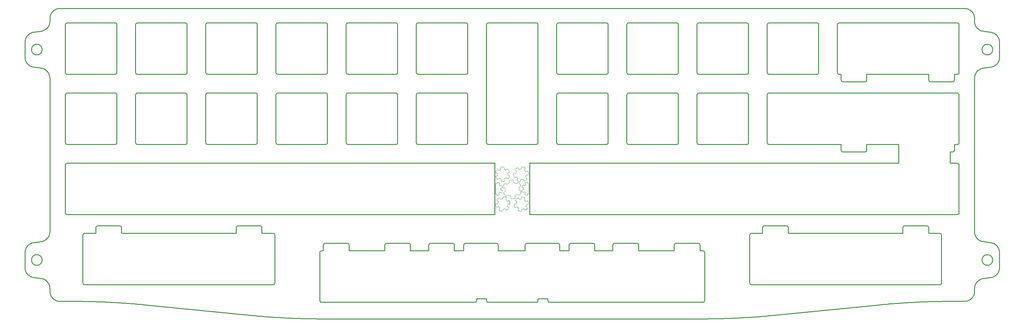
<source format=gbr>
%TF.GenerationSoftware,KiCad,Pcbnew,(7.0.0)*%
%TF.CreationDate,2023-11-20T17:22:56+01:00*%
%TF.ProjectId,plate,706c6174-652e-46b6-9963-61645f706362,rev?*%
%TF.SameCoordinates,Original*%
%TF.FileFunction,Profile,NP*%
%FSLAX46Y46*%
G04 Gerber Fmt 4.6, Leading zero omitted, Abs format (unit mm)*
G04 Created by KiCad (PCBNEW (7.0.0)) date 2023-11-20 17:22:56*
%MOMM*%
%LPD*%
G01*
G04 APERTURE LIST*
%TA.AperFunction,Profile*%
%ADD10C,0.250000*%
%TD*%
%ADD11C,0.250000*%
%TA.AperFunction,Profile*%
%ADD12C,0.100000*%
%TD*%
G04 APERTURE END LIST*
D10*
X31099501Y-109381256D02*
X31099501Y-122381259D01*
X159687500Y-84281250D02*
X159687500Y-71281250D01*
X267052507Y-127381052D02*
X270387500Y-127381056D01*
X199381240Y-113643744D02*
X198621769Y-113643744D01*
D11*
X131946790Y-112143900D02*
X131874400Y-111884626D01*
X131685112Y-111704236D01*
X131446778Y-111643887D01*
X121587500Y-65231250D02*
X121659886Y-65490518D01*
X121849170Y-65670902D01*
X122087500Y-65731250D01*
D10*
X160521769Y-113643744D02*
X160521769Y-112143900D01*
X163046787Y-112143900D02*
X163046787Y-113643744D01*
D11*
X26337500Y-52231250D02*
X26409886Y-51971981D01*
X26599170Y-51791597D01*
X26837500Y-51731250D01*
X236865515Y-67230879D02*
X236937904Y-67490152D01*
X237127193Y-67670541D01*
X237365528Y-67730891D01*
D10*
X103371317Y-113643744D02*
X103371317Y-112143900D01*
D11*
X179237500Y-70781250D02*
X178978231Y-70853636D01*
X178797847Y-71042920D01*
X178737500Y-71281250D01*
X26837500Y-84781250D02*
X26578231Y-84708863D01*
X26397847Y-84519579D01*
X26337500Y-84281250D01*
D10*
X124946787Y-113643744D02*
X120008781Y-113643744D01*
X154137500Y-84781250D02*
X141137500Y-84781250D01*
X143353028Y-111643887D02*
X140971778Y-111643887D01*
X243865519Y-67230879D02*
X243865519Y-65731250D01*
X211787500Y-84281250D02*
X211787500Y-71281250D01*
D11*
X216837496Y-84281259D02*
X216909885Y-84540517D01*
X217099173Y-84720901D01*
X217337508Y-84781250D01*
D10*
X179237500Y-84781250D02*
X192237500Y-84781250D01*
X215574998Y-107381249D02*
X215574998Y-108881244D01*
D11*
X230337500Y-51731250D02*
X230596768Y-51803636D01*
X230777152Y-51992920D01*
X230837500Y-52231250D01*
D10*
X96987500Y-84781250D02*
X83987500Y-84781250D01*
X17790360Y-63792451D02*
X19722641Y-64029705D01*
D11*
X216075010Y-106881258D02*
X215815736Y-106953641D01*
X215635347Y-107142919D01*
X215574998Y-107381249D01*
D10*
X103037500Y-65731250D02*
X116037500Y-65731250D01*
X26337500Y-65231250D02*
X26337500Y-52231250D01*
X122087500Y-84781250D02*
X135087500Y-84781250D01*
D11*
X22137500Y-108453293D02*
X22125528Y-108711015D01*
X22090289Y-108962477D01*
X22032800Y-109206531D01*
X21907066Y-109556210D01*
X21736979Y-109882763D01*
X21525967Y-110182316D01*
X21277457Y-110450996D01*
X20994877Y-110684929D01*
X20681652Y-110880240D01*
X20341212Y-111033056D01*
X20100824Y-111109412D01*
X19850880Y-111164012D01*
X19722641Y-111182795D01*
D10*
X179237500Y-51731250D02*
X192237500Y-51731250D01*
X19722641Y-111182795D02*
X17790360Y-111420050D01*
D11*
X64437500Y-71281250D02*
X64509886Y-71021981D01*
X64699170Y-70841597D01*
X64937500Y-70781250D01*
D10*
X260675001Y-108881244D02*
X260675001Y-107381249D01*
X252556246Y-84781250D02*
X252556246Y-89831244D01*
X116537500Y-84281250D02*
X116537500Y-71281250D01*
D12*
X145250133Y-98967453D02*
X145262039Y-98967633D01*
X145273945Y-98968150D01*
X145285851Y-98968970D01*
X145297757Y-98970057D01*
X145321570Y-98972894D01*
X145345382Y-98976382D01*
X145393008Y-98984196D01*
X145416820Y-98987963D01*
X145440633Y-98991266D01*
X145631132Y-99038890D01*
X145654603Y-99045200D01*
X145677516Y-99052161D01*
X145700057Y-99059680D01*
X145722412Y-99067664D01*
X145813692Y-99102391D01*
X145988320Y-99181766D01*
X145996068Y-99186714D01*
X146002959Y-99192607D01*
X146009018Y-99199412D01*
X146014272Y-99207098D01*
X146018747Y-99215633D01*
X146022469Y-99224984D01*
X146025464Y-99235121D01*
X146027759Y-99246010D01*
X146030352Y-99269919D01*
X146030456Y-99296457D01*
X146028282Y-99325366D01*
X146024038Y-99356391D01*
X146017933Y-99389276D01*
X146010178Y-99423767D01*
X146000981Y-99459606D01*
X145990551Y-99496538D01*
X145966832Y-99572657D01*
X145940694Y-99650079D01*
X145922959Y-99697580D01*
X145905968Y-99744337D01*
X145897985Y-99767203D01*
X145890466Y-99789605D01*
X145883505Y-99811448D01*
X145877196Y-99832641D01*
X145898016Y-99847880D01*
X145918744Y-99863771D01*
X145939285Y-99880219D01*
X145959547Y-99897133D01*
X145979438Y-99914419D01*
X145998863Y-99931983D01*
X146017730Y-99949734D01*
X146035946Y-99967578D01*
X146059045Y-99991406D01*
X146080842Y-100015328D01*
X146101522Y-100039435D01*
X146121273Y-100063821D01*
X146140279Y-100088579D01*
X146158728Y-100113803D01*
X146176804Y-100139584D01*
X146194694Y-100166016D01*
X146215886Y-100159722D01*
X146237730Y-100152870D01*
X146282999Y-100138235D01*
X146306238Y-100130824D01*
X146329756Y-100123600D01*
X146353460Y-100116748D01*
X146377257Y-100110454D01*
X146455004Y-100087293D01*
X146493709Y-100076514D01*
X146531914Y-100066549D01*
X146569329Y-100057608D01*
X146605662Y-100049899D01*
X146640623Y-100043632D01*
X146673921Y-100039016D01*
X146705266Y-100036260D01*
X146720115Y-100035646D01*
X146734366Y-100035574D01*
X146747984Y-100036073D01*
X146760932Y-100037167D01*
X146773174Y-100038884D01*
X146784673Y-100041249D01*
X146795393Y-100044288D01*
X146805297Y-100048027D01*
X146814350Y-100052494D01*
X146822515Y-100057713D01*
X146829755Y-100063711D01*
X146836035Y-100070514D01*
X146841318Y-100078149D01*
X146845567Y-100086641D01*
X146854823Y-100110113D01*
X146864543Y-100133026D01*
X146884262Y-100177922D01*
X146893704Y-100200277D01*
X146902494Y-100222819D01*
X146906558Y-100234217D01*
X146910354Y-100245732D01*
X146913849Y-100257386D01*
X146917006Y-100269203D01*
X146925579Y-100290396D01*
X146933501Y-100312239D01*
X146940865Y-100334641D01*
X146947763Y-100357508D01*
X146954290Y-100380747D01*
X146960538Y-100404265D01*
X146972569Y-100451766D01*
X146996380Y-100547018D01*
X147012257Y-100642267D01*
X147028133Y-100737517D01*
X147036070Y-100832766D01*
X147036147Y-100842302D01*
X147034919Y-100851564D01*
X147032430Y-100860558D01*
X147028722Y-100869291D01*
X147023840Y-100877769D01*
X147017827Y-100885996D01*
X147010727Y-100893979D01*
X147002584Y-100901724D01*
X146983341Y-100916521D01*
X146960447Y-100930435D01*
X146934251Y-100943512D01*
X146905102Y-100955798D01*
X146873348Y-100967340D01*
X146839339Y-100978184D01*
X146803422Y-100988377D01*
X146765948Y-100997966D01*
X146687720Y-101015515D01*
X146607445Y-101031205D01*
X146416947Y-101070892D01*
X146409862Y-101127431D01*
X146405453Y-101155672D01*
X146400451Y-101183877D01*
X146394844Y-101212037D01*
X146388622Y-101240138D01*
X146381771Y-101268169D01*
X146374282Y-101296119D01*
X146366141Y-101323975D01*
X146357337Y-101351727D01*
X146347859Y-101379363D01*
X146337695Y-101406871D01*
X146326833Y-101434240D01*
X146315262Y-101461457D01*
X146302970Y-101488511D01*
X146289945Y-101515392D01*
X146432820Y-101650329D01*
X146492258Y-101707101D01*
X146549650Y-101763686D01*
X146576706Y-101791619D01*
X146602205Y-101819156D01*
X146625796Y-101846181D01*
X146647132Y-101872579D01*
X146665863Y-101898232D01*
X146674143Y-101910744D01*
X146681641Y-101923026D01*
X146688314Y-101935063D01*
X146694117Y-101946842D01*
X146699008Y-101958348D01*
X146702942Y-101969565D01*
X146705877Y-101980481D01*
X146707767Y-101991080D01*
X146708571Y-102001347D01*
X146708244Y-102011268D01*
X146706743Y-102020829D01*
X146704024Y-102030015D01*
X146700043Y-102038812D01*
X146694757Y-102047204D01*
X146634977Y-102124347D01*
X146604622Y-102162453D01*
X146573709Y-102200001D01*
X146542052Y-102236805D01*
X146509465Y-102272679D01*
X146492764Y-102290209D01*
X146475761Y-102307436D01*
X146458433Y-102324338D01*
X146440755Y-102340892D01*
X146297881Y-102467892D01*
X146277385Y-102482760D01*
X146257449Y-102497534D01*
X146218505Y-102526431D01*
X146199127Y-102540368D01*
X146179562Y-102553840D01*
X146159625Y-102566754D01*
X146149459Y-102572973D01*
X146139130Y-102579017D01*
X146130063Y-102582883D01*
X146120723Y-102585577D01*
X146111119Y-102587133D01*
X146101258Y-102587590D01*
X146091146Y-102586983D01*
X146080792Y-102585348D01*
X146070203Y-102582722D01*
X146059385Y-102579141D01*
X146048346Y-102574641D01*
X146037094Y-102569260D01*
X146013977Y-102555995D01*
X145990093Y-102539637D01*
X145965499Y-102520478D01*
X145940255Y-102498807D01*
X145914417Y-102474915D01*
X145888044Y-102449093D01*
X145861195Y-102421631D01*
X145806299Y-102362952D01*
X145750194Y-102301204D01*
X145623194Y-102158329D01*
X145569259Y-102181009D01*
X145542041Y-102191483D01*
X145514672Y-102201364D01*
X145487164Y-102210641D01*
X145459528Y-102219301D01*
X145431776Y-102227333D01*
X145403919Y-102234726D01*
X145375969Y-102241468D01*
X145347938Y-102247547D01*
X145319837Y-102252952D01*
X145291678Y-102257671D01*
X145263473Y-102261692D01*
X145235233Y-102265004D01*
X145206969Y-102267595D01*
X145178694Y-102269453D01*
X145131068Y-102459953D01*
X145110139Y-102539886D01*
X145099500Y-102579038D01*
X145088652Y-102617214D01*
X145077524Y-102654088D01*
X145066048Y-102689334D01*
X145054153Y-102722627D01*
X145041770Y-102753640D01*
X145028829Y-102782050D01*
X145022128Y-102795176D01*
X145015260Y-102807529D01*
X145008219Y-102819068D01*
X145000994Y-102829752D01*
X144993577Y-102839541D01*
X144985960Y-102848395D01*
X144978133Y-102856271D01*
X144970089Y-102863130D01*
X144961817Y-102868931D01*
X144953311Y-102873634D01*
X144944560Y-102877196D01*
X144935556Y-102879579D01*
X144926291Y-102880741D01*
X144916755Y-102880641D01*
X144904849Y-102880461D01*
X144892943Y-102879943D01*
X144881036Y-102879123D01*
X144869130Y-102878036D01*
X144845317Y-102875199D01*
X144821505Y-102871711D01*
X144773879Y-102863897D01*
X144750066Y-102860130D01*
X144726254Y-102856828D01*
X144535756Y-102809202D01*
X144512285Y-102802893D01*
X144489372Y-102795932D01*
X144466831Y-102788413D01*
X144444475Y-102780429D01*
X144353193Y-102745702D01*
X144178567Y-102666327D01*
X144170819Y-102661380D01*
X144163929Y-102655487D01*
X144157870Y-102648682D01*
X144152616Y-102640996D01*
X144148141Y-102632461D01*
X144144419Y-102623109D01*
X144141424Y-102612973D01*
X144139129Y-102602083D01*
X144136536Y-102578174D01*
X144136431Y-102551637D01*
X144138606Y-102522728D01*
X144142850Y-102491703D01*
X144148954Y-102458817D01*
X144156710Y-102424327D01*
X144165907Y-102388488D01*
X144176336Y-102351556D01*
X144200056Y-102275437D01*
X144226193Y-102198016D01*
X144243927Y-102150514D01*
X144260918Y-102103757D01*
X144268902Y-102080890D01*
X144276421Y-102058489D01*
X144283382Y-102036645D01*
X144289692Y-102015453D01*
X144268871Y-102000213D01*
X144248144Y-101984323D01*
X144227602Y-101967874D01*
X144207340Y-101950961D01*
X144187450Y-101933675D01*
X144168025Y-101916110D01*
X144149158Y-101898359D01*
X144130942Y-101880515D01*
X144107843Y-101856687D01*
X144086046Y-101832766D01*
X144065365Y-101808659D01*
X144045614Y-101784273D01*
X144026608Y-101759514D01*
X144008159Y-101734291D01*
X143990082Y-101708510D01*
X143972192Y-101682078D01*
X143950999Y-101688372D01*
X143929156Y-101695224D01*
X143883888Y-101709859D01*
X143860649Y-101717269D01*
X143837131Y-101724494D01*
X143813427Y-101731346D01*
X143789631Y-101737640D01*
X143711883Y-101760802D01*
X143673178Y-101771580D01*
X143634973Y-101781545D01*
X143597559Y-101790486D01*
X143561226Y-101798195D01*
X143526265Y-101804462D01*
X143492967Y-101809078D01*
X143461622Y-101811833D01*
X143446772Y-101812448D01*
X143432521Y-101812519D01*
X143418903Y-101812021D01*
X143405954Y-101810926D01*
X143393713Y-101809210D01*
X143382214Y-101806845D01*
X143371494Y-101803806D01*
X143361589Y-101800066D01*
X143352536Y-101795600D01*
X143344371Y-101790381D01*
X143337130Y-101784382D01*
X143330850Y-101777579D01*
X143325568Y-101769944D01*
X143321318Y-101761452D01*
X143312063Y-101737981D01*
X143302343Y-101715068D01*
X143282624Y-101670171D01*
X143273183Y-101647816D01*
X143264393Y-101625275D01*
X143260329Y-101613876D01*
X143256533Y-101602362D01*
X143253039Y-101590707D01*
X143249882Y-101578890D01*
X143241308Y-101557698D01*
X143233386Y-101535854D01*
X143226022Y-101513452D01*
X143219123Y-101490585D01*
X143212597Y-101467346D01*
X143206349Y-101443828D01*
X143194318Y-101396327D01*
X143170508Y-101301077D01*
X143154630Y-101205828D01*
X143138755Y-101110577D01*
X143130817Y-101015328D01*
X143130740Y-101005793D01*
X143131968Y-100996531D01*
X143134458Y-100987536D01*
X143138166Y-100978803D01*
X143143048Y-100970326D01*
X143149060Y-100962099D01*
X143156160Y-100954116D01*
X143164303Y-100946371D01*
X143183546Y-100931573D01*
X143206440Y-100917660D01*
X143232636Y-100904583D01*
X143261786Y-100892297D01*
X143293539Y-100880755D01*
X143327549Y-100869911D01*
X143363465Y-100859718D01*
X143400940Y-100850129D01*
X143479168Y-100832580D01*
X143559442Y-100816891D01*
X143749940Y-100777203D01*
X143757026Y-100720664D01*
X143761435Y-100692423D01*
X143766437Y-100664218D01*
X143772043Y-100636058D01*
X143778266Y-100607957D01*
X143785116Y-100579926D01*
X143792606Y-100551976D01*
X143800747Y-100524120D01*
X143809551Y-100496367D01*
X143819029Y-100468732D01*
X143829193Y-100441224D01*
X143840055Y-100413855D01*
X143851626Y-100386638D01*
X143863918Y-100359583D01*
X143876942Y-100332703D01*
X143734067Y-100197766D01*
X143674629Y-100140994D01*
X143617238Y-100084408D01*
X143590181Y-100056476D01*
X143564683Y-100028939D01*
X143541091Y-100001913D01*
X143519756Y-99975516D01*
X143501024Y-99949862D01*
X143492744Y-99937351D01*
X143485246Y-99925069D01*
X143478574Y-99913032D01*
X143472770Y-99901253D01*
X143467880Y-99889747D01*
X143463945Y-99878529D01*
X143461011Y-99867614D01*
X143459120Y-99857015D01*
X143458316Y-99846748D01*
X143458643Y-99836826D01*
X143460145Y-99827265D01*
X143462864Y-99818079D01*
X143466845Y-99809283D01*
X143472131Y-99800890D01*
X143531910Y-99723748D01*
X143562265Y-99685642D01*
X143593178Y-99648094D01*
X143624835Y-99611290D01*
X143657422Y-99575416D01*
X143674123Y-99557886D01*
X143691126Y-99540659D01*
X143708455Y-99523756D01*
X143726132Y-99507203D01*
X143869005Y-99380203D01*
X143889501Y-99365336D01*
X143909438Y-99350562D01*
X143948381Y-99321664D01*
X143967759Y-99307727D01*
X143987323Y-99294255D01*
X144007260Y-99281341D01*
X144017426Y-99275122D01*
X144027755Y-99269078D01*
X144036823Y-99265211D01*
X144046163Y-99262518D01*
X144055767Y-99260961D01*
X144065628Y-99260505D01*
X144075740Y-99261112D01*
X144086094Y-99262747D01*
X144096684Y-99265373D01*
X144107502Y-99268954D01*
X144118541Y-99273453D01*
X144129793Y-99278835D01*
X144152910Y-99292100D01*
X144176795Y-99308458D01*
X144201388Y-99327617D01*
X144226633Y-99349288D01*
X144252471Y-99373180D01*
X144278843Y-99399003D01*
X144305693Y-99426464D01*
X144360589Y-99485143D01*
X144416694Y-99546891D01*
X144543693Y-99689766D01*
X144597629Y-99667086D01*
X144624846Y-99656612D01*
X144652215Y-99646730D01*
X144679723Y-99637454D01*
X144707359Y-99628794D01*
X144735111Y-99620761D01*
X144762968Y-99613368D01*
X144790917Y-99606626D01*
X144818949Y-99600547D01*
X144847049Y-99595143D01*
X144875208Y-99590424D01*
X144903414Y-99586403D01*
X144931654Y-99583091D01*
X144959918Y-99580500D01*
X144988193Y-99578642D01*
X145035819Y-99388141D01*
X145056748Y-99308208D01*
X145067388Y-99269055D01*
X145078236Y-99230879D01*
X145089363Y-99194005D01*
X145100839Y-99158759D01*
X145112734Y-99125467D01*
X145125117Y-99094453D01*
X145138058Y-99066044D01*
X145144760Y-99052918D01*
X145151627Y-99040565D01*
X145158669Y-99029026D01*
X145165894Y-99018341D01*
X145173311Y-99008552D01*
X145180928Y-98999699D01*
X145188754Y-98991823D01*
X145196799Y-98984964D01*
X145205070Y-98979163D01*
X145213577Y-98974460D01*
X145222328Y-98970897D01*
X145231332Y-98968515D01*
X145240597Y-98967353D01*
X145250133Y-98967453D01*
D11*
X197787500Y-65231250D02*
X197859886Y-65490518D01*
X198049170Y-65670902D01*
X198287500Y-65731250D01*
X15375500Y-118212949D02*
X15387471Y-118470671D01*
X15422710Y-118722133D01*
X15480199Y-118966187D01*
X15605933Y-119315865D01*
X15776020Y-119642418D01*
X15987032Y-119941972D01*
X16235542Y-120210652D01*
X16518123Y-120444584D01*
X16831348Y-120639896D01*
X17171788Y-120792712D01*
X17412176Y-120869068D01*
X17662120Y-120923668D01*
X17790360Y-120942451D01*
X160521769Y-112143900D02*
X160449385Y-111884626D01*
X160260107Y-111704236D01*
X160021778Y-111643887D01*
X211287500Y-84781250D02*
X211546768Y-84708863D01*
X211727152Y-84519579D01*
X211787500Y-84281250D01*
D10*
X163046787Y-113643744D02*
X160521769Y-113643744D01*
X277484294Y-111420050D02*
X275552360Y-111182838D01*
D11*
X279899154Y-114149552D02*
X279887182Y-113891829D01*
X279851943Y-113640367D01*
X279794454Y-113396313D01*
X279668720Y-113046634D01*
X279498633Y-112720081D01*
X279287621Y-112420528D01*
X279039111Y-112151848D01*
X278756530Y-111917915D01*
X278443305Y-111722604D01*
X278102865Y-111569788D01*
X277862477Y-111493432D01*
X277612533Y-111438832D01*
X277484294Y-111420050D01*
X151640528Y-111643887D02*
X151381260Y-111716276D01*
X151200881Y-111905565D01*
X151140537Y-112143900D01*
D10*
X243865519Y-86280879D02*
X243865519Y-84781250D01*
X268937503Y-65231259D02*
X268937503Y-52231256D01*
X279899154Y-118212949D02*
X279899154Y-114149552D01*
X64437500Y-65231250D02*
X64437500Y-52231250D01*
X113008777Y-112143900D02*
X113008777Y-113643744D01*
X237365528Y-86780891D02*
X243365528Y-86780891D01*
X64437500Y-84281250D02*
X64437500Y-71281250D01*
D11*
X83487500Y-71281250D02*
X83559886Y-71021981D01*
X83749170Y-70841597D01*
X83987500Y-70781250D01*
X178737500Y-52231250D02*
X178809886Y-51971981D01*
X178999170Y-51791597D01*
X179237500Y-51731250D01*
D10*
X154637503Y-127143759D02*
X154637503Y-126643897D01*
D11*
X45387500Y-65231250D02*
X45459886Y-65490518D01*
X45649170Y-65670902D01*
X45887500Y-65731250D01*
D10*
X64937500Y-70781250D02*
X77937500Y-70781250D01*
D11*
X243365528Y-86780891D02*
X243624795Y-86708501D01*
X243805174Y-86519213D01*
X243865519Y-86280879D01*
D10*
X197787500Y-71281250D02*
X197787500Y-84281250D01*
D11*
X83987500Y-84781250D02*
X83728231Y-84708863D01*
X83547847Y-84519579D01*
X83487500Y-84281250D01*
X154637500Y-84281250D02*
X154565113Y-84540518D01*
X154375829Y-84720902D01*
X154137500Y-84781250D01*
X230837500Y-65231250D02*
X230765113Y-65490518D01*
X230575829Y-65670902D01*
X230337500Y-65731250D01*
D10*
X266556253Y-89831244D02*
X266556253Y-86780891D01*
D11*
X268937503Y-52231256D02*
X268865113Y-51971982D01*
X268675824Y-51791593D01*
X268437490Y-51731244D01*
D10*
X260175010Y-106881258D02*
X254174989Y-106881258D01*
X63649495Y-108881244D02*
X50649492Y-108881244D01*
X157640528Y-111643887D02*
X154021778Y-111643887D01*
D11*
X17790360Y-54270050D02*
X17536017Y-54313341D01*
X17290724Y-54378962D01*
X17055495Y-54465766D01*
X16723746Y-54633177D01*
X16420356Y-54841793D01*
X16148751Y-55087738D01*
X15912359Y-55367140D01*
X15714608Y-55676124D01*
X15558925Y-56010816D01*
X15448737Y-56367342D01*
X15402246Y-56615243D01*
X15378514Y-56869979D01*
X15375500Y-56999552D01*
D10*
X230837500Y-52231250D02*
X230837500Y-65231250D01*
X135587500Y-84281250D02*
X135587500Y-71281250D01*
D11*
X243365528Y-67730891D02*
X243624795Y-67658501D01*
X243805174Y-67469213D01*
X243865519Y-67230879D01*
X73199493Y-106881258D02*
X72940225Y-106953641D01*
X72759846Y-107142919D01*
X72699502Y-107381249D01*
D10*
X231625008Y-122881250D02*
X244624990Y-122881250D01*
X59387500Y-84281250D02*
X59387500Y-71281250D01*
X230337500Y-65731250D02*
X217337500Y-65731250D01*
D11*
X135087500Y-84781250D02*
X135346768Y-84708863D01*
X135527152Y-84519579D01*
X135587500Y-84281250D01*
D10*
X267678019Y-86280879D02*
X267678019Y-84781250D01*
X152400000Y-103831250D02*
X152400000Y-89831244D01*
D11*
X97487500Y-65231250D02*
X97415113Y-65490518D01*
X97225829Y-65670902D01*
X96987500Y-65731250D01*
X199881253Y-114143756D02*
X199808863Y-113884482D01*
X199619574Y-113704093D01*
X199381240Y-113643744D01*
D10*
X45887500Y-84781250D02*
X58887500Y-84781250D01*
X83487500Y-84281250D02*
X83487500Y-71281250D01*
X253674998Y-108881244D02*
X244624990Y-108881244D01*
X47958993Y-128355792D02*
X76400128Y-131171934D01*
D11*
X173687500Y-84281250D02*
X173615113Y-84540518D01*
X173425829Y-84720902D01*
X173187500Y-84781250D01*
D10*
X278099154Y-59031250D02*
G75*
G03*
X278099154Y-59031250I-1450000J0D01*
G01*
D11*
X95393746Y-127143759D02*
X95466135Y-127403017D01*
X95655423Y-127583401D01*
X95893758Y-127643750D01*
D10*
X266556253Y-86780891D02*
X267178028Y-86780891D01*
X173187500Y-84781250D02*
X160187500Y-84781250D01*
X273137500Y-51303336D02*
X273137500Y-50581250D01*
D11*
X116037500Y-84781250D02*
X116296768Y-84708863D01*
X116477152Y-84519579D01*
X116537500Y-84281250D01*
D10*
X15375500Y-56999552D02*
X15375500Y-61062949D01*
X173187500Y-65731250D02*
X160187500Y-65731250D01*
D11*
X137468740Y-127643750D02*
X137728013Y-127571361D01*
X137908403Y-127382078D01*
X137968753Y-127143759D01*
X160187500Y-65731250D02*
X159928231Y-65658863D01*
X159747847Y-65469579D01*
X159687500Y-65231250D01*
X141137500Y-84781250D02*
X140878231Y-84708863D01*
X140697847Y-84519579D01*
X140637500Y-84281250D01*
D10*
X198287500Y-84781250D02*
X211287500Y-84781250D01*
D11*
X102537500Y-65231250D02*
X102609886Y-65490518D01*
X102799170Y-65670902D01*
X103037500Y-65731250D01*
D10*
X243865519Y-65731250D02*
X260678015Y-65731250D01*
X58887500Y-51731250D02*
X45887500Y-51731250D01*
D11*
X199197493Y-132143750D02*
X199813523Y-132142799D01*
X200429525Y-132139949D01*
X201045495Y-132135199D01*
X201661429Y-132128549D01*
X202277322Y-132119999D01*
X202893169Y-132109550D01*
X203508966Y-132097202D01*
X204124709Y-132082955D01*
X204740394Y-132066810D01*
X205356016Y-132048766D01*
X205971570Y-132028824D01*
X206587052Y-132006984D01*
X207202459Y-131983246D01*
X207817785Y-131957610D01*
X208433026Y-131930077D01*
X209048177Y-131900647D01*
X209663235Y-131869320D01*
X210278195Y-131836096D01*
X210893053Y-131800976D01*
X211507803Y-131763960D01*
X212122443Y-131725047D01*
X212736966Y-131684239D01*
X213351370Y-131641535D01*
X213965649Y-131596936D01*
X214579800Y-131550441D01*
X215193817Y-131502052D01*
X215807697Y-131451767D01*
X216421435Y-131399589D01*
X217035026Y-131345516D01*
X217648467Y-131289548D01*
X218261752Y-131231687D01*
X218874879Y-131171933D01*
D10*
X122087500Y-65731250D02*
X135087500Y-65731250D01*
D11*
X268437490Y-65731250D02*
X268696763Y-65658861D01*
X268877153Y-65469578D01*
X268937503Y-65231259D01*
D10*
X59387500Y-65231250D02*
X59387500Y-52231250D01*
X137353028Y-111643887D02*
X134971778Y-111643887D01*
X170046790Y-113643744D02*
X170046790Y-112143900D01*
X102871326Y-111643887D02*
X96871326Y-111643887D01*
D11*
X277484294Y-63792451D02*
X277738636Y-63749159D01*
X277983929Y-63683538D01*
X278219158Y-63596734D01*
X278550907Y-63429323D01*
X278854297Y-63220707D01*
X279125902Y-62974761D01*
X279362294Y-62695360D01*
X279560045Y-62386376D01*
X279715728Y-62051684D01*
X279825916Y-61695158D01*
X279872407Y-61447256D01*
X279896139Y-61192521D01*
X279899154Y-61062949D01*
X154137500Y-51731250D02*
X154396768Y-51803636D01*
X154577152Y-51992920D01*
X154637500Y-52231250D01*
X76400128Y-131171934D02*
X77013253Y-131231688D01*
X77626538Y-131289549D01*
X78239979Y-131345517D01*
X78853570Y-131399590D01*
X79467307Y-131451768D01*
X80081187Y-131502053D01*
X80695203Y-131550442D01*
X81309354Y-131596937D01*
X81923632Y-131641536D01*
X82538036Y-131684240D01*
X83152559Y-131725048D01*
X83767198Y-131763961D01*
X84381948Y-131800977D01*
X84996805Y-131836097D01*
X85611765Y-131869321D01*
X86226822Y-131900648D01*
X86841974Y-131930078D01*
X87457214Y-131957610D01*
X88072540Y-131983246D01*
X88687945Y-132006984D01*
X89303428Y-132028824D01*
X89918981Y-132048766D01*
X90534603Y-132066810D01*
X91150287Y-132082956D01*
X91766030Y-132097202D01*
X92381827Y-132109550D01*
X92997673Y-132119999D01*
X93613565Y-132128549D01*
X94229499Y-132135199D01*
X94845468Y-132139949D01*
X95461471Y-132142799D01*
X96077501Y-132143750D01*
D10*
X237365528Y-67730891D02*
X243365528Y-67730891D01*
X83987500Y-70781250D02*
X96987500Y-70781250D01*
X141137500Y-51731250D02*
X154137500Y-51731250D01*
X22137500Y-66759207D02*
X22137500Y-108453293D01*
D11*
X216837500Y-52231250D02*
X216909886Y-51971981D01*
X217099170Y-51791597D01*
X217337500Y-51731250D01*
D10*
X83487500Y-65231250D02*
X83487500Y-52231250D01*
X222075010Y-106881258D02*
X216075010Y-106881258D01*
X267678019Y-65731250D02*
X268437490Y-65731250D01*
D11*
X58887500Y-84781250D02*
X59146768Y-84708863D01*
X59327152Y-84519579D01*
X59387500Y-84281250D01*
D10*
X174953015Y-112143900D02*
X174953015Y-113643744D01*
D11*
X268437318Y-103831250D02*
X268696591Y-103758861D01*
X268876980Y-103569578D01*
X268937330Y-103331259D01*
X247316001Y-128355790D02*
X247930969Y-128295855D01*
X248546097Y-128237820D01*
X249161381Y-128181685D01*
X249776816Y-128127449D01*
X250392397Y-128075113D01*
X251008122Y-128024678D01*
X251623984Y-127976143D01*
X252239980Y-127929509D01*
X252856104Y-127884775D01*
X253472354Y-127841943D01*
X254088724Y-127801012D01*
X254705210Y-127761983D01*
X255321808Y-127724855D01*
X255938513Y-127689629D01*
X256555320Y-127656306D01*
X257172226Y-127624885D01*
X257789226Y-127595366D01*
X258406315Y-127567750D01*
X259023490Y-127542038D01*
X259640745Y-127518229D01*
X260258077Y-127496323D01*
X260875481Y-127476321D01*
X261492952Y-127458222D01*
X262110486Y-127442028D01*
X262728080Y-127427739D01*
X263345727Y-127415354D01*
X263963424Y-127404873D01*
X264581167Y-127396298D01*
X265198951Y-127389628D01*
X265816772Y-127384863D01*
X266434625Y-127382005D01*
X267052507Y-127381052D01*
X279899154Y-56999552D02*
X279887182Y-56741829D01*
X279851943Y-56490367D01*
X279794454Y-56246313D01*
X279668720Y-55896634D01*
X279498633Y-55570081D01*
X279287621Y-55270528D01*
X279039111Y-55001848D01*
X278756530Y-54767915D01*
X278443305Y-54572604D01*
X278102865Y-54419788D01*
X277862477Y-54343432D01*
X277612533Y-54288832D01*
X277484294Y-54270050D01*
X24887500Y-47831250D02*
X24606328Y-47845447D01*
X24333279Y-47887120D01*
X24069734Y-47954884D01*
X23817075Y-48047358D01*
X23576686Y-48163160D01*
X23349948Y-48300906D01*
X23138244Y-48459216D01*
X22942956Y-48636706D01*
X22765466Y-48831994D01*
X22607156Y-49043698D01*
X22469410Y-49270436D01*
X22353608Y-49510825D01*
X22261134Y-49763484D01*
X22193370Y-50027029D01*
X22151697Y-50300078D01*
X22137500Y-50581250D01*
X31099501Y-122381259D02*
X31171890Y-122640517D01*
X31361178Y-122820901D01*
X31599513Y-122881250D01*
D10*
X222575001Y-108881244D02*
X222575001Y-107381249D01*
X181953019Y-113643744D02*
X181953019Y-112143900D01*
D11*
X64937500Y-65731250D02*
X64678231Y-65658863D01*
X64497847Y-65469579D01*
X64437500Y-65231250D01*
D10*
X268437490Y-51731244D02*
X236387508Y-51731244D01*
X137968753Y-127143759D02*
X137968753Y-126643897D01*
D11*
X116537500Y-52231250D02*
X116465113Y-51971981D01*
X116275829Y-51791597D01*
X116037500Y-51731250D01*
X211787500Y-52231250D02*
X211715113Y-51971981D01*
X211525829Y-51791597D01*
X211287500Y-51731250D01*
X135587500Y-52231250D02*
X135515113Y-51971981D01*
X135325829Y-51791597D01*
X135087500Y-51731250D01*
X103037500Y-70781250D02*
X102778231Y-70853636D01*
X102597847Y-71042920D01*
X102537500Y-71281250D01*
D10*
X103037500Y-84781250D02*
X116037500Y-84781250D01*
X244624990Y-108881244D02*
X231625008Y-108881244D01*
X169546778Y-111643887D02*
X163546778Y-111643887D01*
D11*
X192237500Y-51731250D02*
X192496768Y-51803636D01*
X192677152Y-51992920D01*
X192737500Y-52231250D01*
X163546778Y-111643887D02*
X163287510Y-111716276D01*
X163107131Y-111905565D01*
X163046787Y-112143900D01*
D10*
X211787500Y-65231250D02*
X211787500Y-52231250D01*
D11*
X273137500Y-123909164D02*
X273149471Y-123651441D01*
X273184710Y-123399979D01*
X273242199Y-123155925D01*
X273367933Y-122806247D01*
X273538020Y-122479694D01*
X273749032Y-122180140D01*
X273997542Y-121911460D01*
X274280123Y-121677528D01*
X274593348Y-121482216D01*
X274933788Y-121329400D01*
X275174176Y-121253044D01*
X275424120Y-121198444D01*
X275552360Y-121179662D01*
X181953019Y-112143900D02*
X181880630Y-111884626D01*
X181691347Y-111704236D01*
X181453028Y-111643887D01*
D10*
X151140537Y-112143900D02*
X151140537Y-113643744D01*
D11*
X135587500Y-71281250D02*
X135515113Y-71021981D01*
X135325829Y-70841597D01*
X135087500Y-70781250D01*
X268937330Y-90331256D02*
X268864940Y-90071982D01*
X268675652Y-89891593D01*
X268437318Y-89831244D01*
D10*
X154637503Y-126643897D02*
X157306246Y-126643897D01*
D11*
X26837336Y-89831244D02*
X26578062Y-89903633D01*
X26397673Y-90092921D01*
X26337324Y-90331256D01*
D10*
X58887500Y-70781250D02*
X45887500Y-70781250D01*
D11*
X179237500Y-65731250D02*
X178978231Y-65658863D01*
X178797847Y-65469579D01*
X178737500Y-65231250D01*
X39837500Y-70781250D02*
X40096768Y-70853636D01*
X40277152Y-71042920D01*
X40337500Y-71281250D01*
D10*
X142874654Y-89831244D02*
X26837336Y-89831244D01*
X235887496Y-52231256D02*
X235887496Y-65231259D01*
X243865519Y-84781250D02*
X252556246Y-84781250D01*
X137968753Y-126643897D02*
X140637496Y-126643897D01*
X50649492Y-122881250D02*
X63649495Y-122881250D01*
D11*
X173187500Y-51731250D02*
X173446768Y-51803636D01*
X173627152Y-51992920D01*
X173687500Y-52231250D01*
X26337324Y-103331259D02*
X26409713Y-103590517D01*
X26599001Y-103770901D01*
X26837336Y-103831250D01*
D10*
X41099493Y-106881258D02*
X35099515Y-106881258D01*
D11*
X83487500Y-52231250D02*
X83559886Y-51971981D01*
X83749170Y-51791597D01*
X83987500Y-51731250D01*
X39837500Y-51731250D02*
X40096768Y-51803636D01*
X40277152Y-51992920D01*
X40337500Y-52231250D01*
X45887500Y-70781250D02*
X45628231Y-70853636D01*
X45447847Y-71042920D01*
X45387500Y-71281250D01*
D10*
X252556246Y-89831244D02*
X152400000Y-89831244D01*
D11*
X198287500Y-51731250D02*
X198028231Y-51803636D01*
X197847847Y-51992920D01*
X197787500Y-52231250D01*
D10*
X140971778Y-111643887D02*
X137353028Y-111643887D01*
D11*
X192121778Y-111643887D02*
X191862504Y-111716276D01*
X191682114Y-111905565D01*
X191621765Y-112143900D01*
D10*
X116537500Y-65231250D02*
X116537500Y-52231250D01*
X154637500Y-52231250D02*
X154637500Y-84281250D01*
D11*
X157306246Y-127143759D02*
X157378635Y-127403017D01*
X157567923Y-127583401D01*
X157806258Y-127643750D01*
D10*
X198621769Y-113643744D02*
X198621769Y-112143900D01*
X83199507Y-122381259D02*
X83199507Y-109381256D01*
D11*
X26337500Y-71281250D02*
X26409886Y-71021981D01*
X26599170Y-70841597D01*
X26837500Y-70781250D01*
X217337500Y-65731250D02*
X217078231Y-65658863D01*
X216897847Y-65469579D01*
X216837500Y-65231250D01*
D10*
X78437500Y-71281250D02*
X78437500Y-84281250D01*
X216837496Y-71281256D02*
X216837496Y-84281259D01*
D11*
X103371317Y-112143900D02*
X103298933Y-111884626D01*
X103109655Y-111704236D01*
X102871326Y-111643887D01*
D10*
X135087500Y-51731250D02*
X122087500Y-51731250D01*
D11*
X217337508Y-70781244D02*
X217078234Y-70853633D01*
X216897845Y-71042921D01*
X216837496Y-71281256D01*
D10*
X113008777Y-113643744D02*
X103371317Y-113643744D01*
X236865515Y-65731250D02*
X236865515Y-67230879D01*
X253674998Y-107381249D02*
X253674998Y-108881244D01*
X45887500Y-65731250D02*
X58887500Y-65731250D01*
X268937330Y-103331259D02*
X268937330Y-90331256D01*
X157806258Y-127643750D02*
X199381240Y-127643750D01*
X135587500Y-65231250D02*
X135587500Y-52231250D01*
X121587500Y-52231250D02*
X121587500Y-65231250D01*
X275552360Y-121179662D02*
X277484294Y-120942451D01*
D11*
X35099515Y-106881258D02*
X34840241Y-106953641D01*
X34659851Y-107142919D01*
X34599502Y-107381249D01*
D10*
X15375500Y-114149552D02*
X15375500Y-118212949D01*
D11*
X40337500Y-65231250D02*
X40265113Y-65490518D01*
X40075829Y-65670902D01*
X39837500Y-65731250D01*
D10*
X39837500Y-65731250D02*
X26837500Y-65731250D01*
D11*
X173187500Y-70781250D02*
X173446768Y-70853636D01*
X173627152Y-71042920D01*
X173687500Y-71281250D01*
D10*
X41599506Y-108881244D02*
X41599506Y-107381249D01*
D11*
X22137500Y-51303293D02*
X22125528Y-51561015D01*
X22090289Y-51812477D01*
X22032800Y-52056531D01*
X21907066Y-52406210D01*
X21736979Y-52732763D01*
X21525967Y-53032316D01*
X21277457Y-53300996D01*
X20994877Y-53534929D01*
X20681652Y-53730240D01*
X20341212Y-53883056D01*
X20100824Y-53959412D01*
X19850880Y-54014012D01*
X19722641Y-54032795D01*
D10*
X96987500Y-65731250D02*
X83987500Y-65731250D01*
D11*
X212074996Y-122381259D02*
X212147385Y-122640517D01*
X212336673Y-122820901D01*
X212575008Y-122881250D01*
X170046790Y-112143900D02*
X169974400Y-111884626D01*
X169785112Y-111704236D01*
X169546778Y-111643887D01*
X275552360Y-111182838D02*
X275298017Y-111139546D01*
X275052724Y-111073925D01*
X274817495Y-110987121D01*
X274485746Y-110819710D01*
X274182356Y-110611094D01*
X273910751Y-110365149D01*
X273674359Y-110085747D01*
X273476608Y-109776763D01*
X273320925Y-109442071D01*
X273210737Y-109085545D01*
X273164246Y-108837644D01*
X273140514Y-108582908D01*
X273137500Y-108453336D01*
X96987500Y-70781250D02*
X97246768Y-70853636D01*
X97427152Y-71042920D01*
X97487500Y-71281250D01*
D10*
X102537500Y-71281250D02*
X102537500Y-84281250D01*
D11*
X79699506Y-107381249D02*
X79627116Y-107121981D01*
X79437827Y-106941602D01*
X79199493Y-106881258D01*
X113508790Y-111643887D02*
X113249516Y-111716276D01*
X113069126Y-111905565D01*
X113008777Y-112143900D01*
D10*
X72699502Y-108881244D02*
X63649495Y-108881244D01*
X192237500Y-65731250D02*
X179237500Y-65731250D01*
X79199493Y-106881258D02*
X73199493Y-106881258D01*
X95393746Y-114143756D02*
X95393746Y-127143759D01*
X143853019Y-113643744D02*
X143853019Y-112143900D01*
X275552360Y-64029662D02*
X277484294Y-63792451D01*
X141137508Y-127643750D02*
X154137490Y-127643750D01*
X160021778Y-111643887D02*
X157640528Y-111643887D01*
D11*
X26837500Y-65731250D02*
X26578231Y-65658863D01*
X26397847Y-65469579D01*
X26337500Y-65231250D01*
D10*
X191621765Y-113643744D02*
X181953019Y-113643744D01*
X268937503Y-84281259D02*
X268937503Y-71281256D01*
D11*
X192737500Y-71281250D02*
X192665113Y-71021981D01*
X192475829Y-70841597D01*
X192237500Y-70781250D01*
D10*
X277484294Y-54270050D02*
X275552360Y-54032838D01*
X236387508Y-65731250D02*
X236865515Y-65731250D01*
X270387500Y-47831250D02*
X24887500Y-47831250D01*
X267678019Y-67230879D02*
X267678019Y-65731250D01*
D11*
X222575001Y-107381249D02*
X222502612Y-107121981D01*
X222313329Y-106941602D01*
X222075010Y-106881258D01*
D10*
X273137500Y-108453336D02*
X273137500Y-66759164D01*
D11*
X45887500Y-51731250D02*
X45628231Y-51803636D01*
X45447847Y-51992920D01*
X45387500Y-52231250D01*
D10*
X96077501Y-132143750D02*
X199197493Y-132143750D01*
D11*
X22137500Y-124631056D02*
X22151697Y-124912227D01*
X22193370Y-125185276D01*
X22261134Y-125448821D01*
X22353608Y-125701480D01*
X22469410Y-125941869D01*
X22607156Y-126168607D01*
X22765466Y-126380311D01*
X22942956Y-126575599D01*
X23138244Y-126753089D01*
X23349948Y-126911399D01*
X23576686Y-127049145D01*
X23817075Y-127164947D01*
X24069734Y-127257421D01*
X24333279Y-127325185D01*
X24606328Y-127366858D01*
X24887500Y-127381056D01*
X211787500Y-71281250D02*
X211715113Y-71021981D01*
X211525829Y-70841597D01*
X211287500Y-70781250D01*
X198621769Y-112143900D02*
X198549380Y-111884626D01*
X198360097Y-111704236D01*
X198121778Y-111643887D01*
D10*
X268437318Y-89831244D02*
X266556253Y-89831244D01*
X78437500Y-52231250D02*
X78437500Y-65231250D01*
X173687500Y-71281250D02*
X173687500Y-84281250D01*
D11*
X122087500Y-51731250D02*
X121828231Y-51803636D01*
X121647847Y-51992920D01*
X121587500Y-52231250D01*
X198287500Y-70781250D02*
X198028231Y-70853636D01*
X197847847Y-71042920D01*
X197787500Y-71281250D01*
X254174989Y-106881258D02*
X253915730Y-106953641D01*
X253735346Y-107142919D01*
X253674998Y-107381249D01*
D10*
X121587500Y-71281250D02*
X121587500Y-84281250D01*
X212575008Y-122881250D02*
X231625008Y-122881250D01*
X244624990Y-122881250D02*
X263674990Y-122881250D01*
X217337508Y-84781250D02*
X236865515Y-84781250D01*
X34599502Y-107381249D02*
X34599502Y-108881244D01*
X199881253Y-127143759D02*
X199881253Y-114143756D01*
X96371335Y-113643744D02*
X95893758Y-113643744D01*
X198121778Y-111643887D02*
X192121778Y-111643887D01*
X40337500Y-52231250D02*
X40337500Y-65231250D01*
X198287500Y-65731250D02*
X211287500Y-65731250D01*
D11*
X264175003Y-109381256D02*
X264102613Y-109121982D01*
X263913324Y-108941593D01*
X263674990Y-108881244D01*
D10*
X95893758Y-127643750D02*
X137468740Y-127643750D01*
X83987500Y-51731250D02*
X96987500Y-51731250D01*
D11*
X103037500Y-51731250D02*
X102778231Y-51803636D01*
X102597847Y-51992920D01*
X102537500Y-52231250D01*
X273137500Y-66759164D02*
X273149471Y-66501441D01*
X273184710Y-66249979D01*
X273242199Y-66005925D01*
X273367933Y-65656247D01*
X273538020Y-65329694D01*
X273749032Y-65030140D01*
X273997542Y-64761460D01*
X274280123Y-64527528D01*
X274593348Y-64332216D01*
X274933788Y-64179400D01*
X275174176Y-64103044D01*
X275424120Y-64048444D01*
X275552360Y-64029662D01*
X121587500Y-84281250D02*
X121659886Y-84540518D01*
X121849170Y-84720902D01*
X122087500Y-84781250D01*
D10*
X178737500Y-65231250D02*
X178737500Y-52231250D01*
D11*
X116037500Y-65731250D02*
X116296768Y-65658863D01*
X116477152Y-65469579D01*
X116537500Y-65231250D01*
X140637500Y-52231250D02*
X140709886Y-51971981D01*
X140899170Y-51791597D01*
X141137500Y-51731250D01*
D12*
X143639989Y-95071240D02*
X143646686Y-95072268D01*
X143664484Y-95075306D01*
X143673266Y-95076942D01*
X143681909Y-95078717D01*
X143690366Y-95080678D01*
X143698590Y-95082872D01*
X143702601Y-95084070D01*
X143706535Y-95085345D01*
X143710389Y-95086700D01*
X143714155Y-95088143D01*
X143777655Y-95111955D01*
X143841155Y-95135768D01*
X143872905Y-95148170D01*
X143881075Y-95151619D01*
X143889152Y-95155301D01*
X143893127Y-95157244D01*
X143897043Y-95159262D01*
X143900890Y-95161362D01*
X143904655Y-95163549D01*
X144027686Y-95223080D01*
X144146749Y-95294518D01*
X144152334Y-95298572D01*
X144157198Y-95303280D01*
X144161364Y-95308620D01*
X144164856Y-95314571D01*
X144167697Y-95321112D01*
X144169910Y-95328222D01*
X144171519Y-95335880D01*
X144172546Y-95344065D01*
X144172949Y-95361931D01*
X144171305Y-95381652D01*
X144167802Y-95403059D01*
X144162624Y-95425983D01*
X144155957Y-95450255D01*
X144147989Y-95475708D01*
X144128889Y-95529480D01*
X144106813Y-95585950D01*
X144083249Y-95643768D01*
X144075986Y-95661619D01*
X144069048Y-95679425D01*
X144055964Y-95714709D01*
X144031655Y-95782674D01*
X144065335Y-95811331D01*
X144097945Y-95840779D01*
X144129533Y-95871064D01*
X144160143Y-95902233D01*
X144189824Y-95934332D01*
X144218620Y-95967407D01*
X144246580Y-96001506D01*
X144273749Y-96036674D01*
X144291608Y-96031860D01*
X144309467Y-96026442D01*
X144327327Y-96020559D01*
X144345186Y-96014350D01*
X144380905Y-96001514D01*
X144398764Y-95995165D01*
X144416624Y-95989049D01*
X144533702Y-95947377D01*
X144561576Y-95938122D01*
X144588520Y-95929890D01*
X144614348Y-95922960D01*
X144626785Y-95920071D01*
X144638873Y-95917612D01*
X144650591Y-95915568D01*
X144661918Y-95913914D01*
X144672839Y-95912667D01*
X144683336Y-95911844D01*
X144693390Y-95911464D01*
X144702986Y-95911542D01*
X144712104Y-95912097D01*
X144716479Y-95912559D01*
X144720729Y-95913147D01*
X144724850Y-95913862D01*
X144728842Y-95914708D01*
X144732701Y-95915685D01*
X144736426Y-95916798D01*
X144740014Y-95918046D01*
X144743463Y-95919434D01*
X144746771Y-95920963D01*
X144749936Y-95922634D01*
X144752956Y-95924452D01*
X144755828Y-95926416D01*
X144758551Y-95928531D01*
X144761122Y-95930797D01*
X144763538Y-95933217D01*
X144765799Y-95935794D01*
X144767901Y-95938529D01*
X144769842Y-95941424D01*
X144778635Y-95955698D01*
X144787167Y-95970228D01*
X144803514Y-95999963D01*
X144819025Y-96030442D01*
X144833838Y-96061479D01*
X144848093Y-96092888D01*
X144861930Y-96124483D01*
X144888905Y-96187486D01*
X144932561Y-96318455D01*
X144944467Y-96350205D01*
X144952405Y-96381956D01*
X144968280Y-96449424D01*
X144968908Y-96452773D01*
X144969307Y-96456120D01*
X144969479Y-96459467D01*
X144969427Y-96462811D01*
X144969154Y-96466152D01*
X144968663Y-96469490D01*
X144967957Y-96472823D01*
X144967039Y-96476151D01*
X144965912Y-96479474D01*
X144964578Y-96482789D01*
X144963041Y-96486098D01*
X144961303Y-96489398D01*
X144957238Y-96495973D01*
X144952405Y-96502506D01*
X144946827Y-96508993D01*
X144940529Y-96515428D01*
X144933534Y-96521804D01*
X144925864Y-96528117D01*
X144917542Y-96534360D01*
X144908593Y-96540527D01*
X144899040Y-96546613D01*
X144888905Y-96552612D01*
X144878214Y-96559263D01*
X144867007Y-96565828D01*
X144843202Y-96578718D01*
X144817816Y-96591330D01*
X144791174Y-96603709D01*
X144763602Y-96615902D01*
X144735426Y-96627956D01*
X144678561Y-96651830D01*
X144643524Y-96666713D01*
X144609604Y-96681596D01*
X144543623Y-96711362D01*
X144546236Y-96741127D01*
X144548150Y-96770893D01*
X144549414Y-96800658D01*
X144550073Y-96830424D01*
X144550173Y-96860190D01*
X144549762Y-96889955D01*
X144548886Y-96919721D01*
X144547592Y-96949487D01*
X144535686Y-97060612D01*
X144552065Y-97069371D01*
X144568490Y-97077851D01*
X144601666Y-97094346D01*
X144670623Y-97128081D01*
X144727821Y-97154870D01*
X144755464Y-97168264D01*
X144782182Y-97181659D01*
X144807761Y-97195053D01*
X144831986Y-97208448D01*
X144854640Y-97221842D01*
X144875510Y-97235237D01*
X144885209Y-97241934D01*
X144894380Y-97248631D01*
X144902998Y-97255329D01*
X144911035Y-97262026D01*
X144918465Y-97268723D01*
X144925260Y-97275420D01*
X144931394Y-97282118D01*
X144936840Y-97288815D01*
X144941570Y-97295512D01*
X144945559Y-97302209D01*
X144948779Y-97308907D01*
X144951203Y-97315604D01*
X144952805Y-97322301D01*
X144953557Y-97328999D01*
X144953432Y-97335696D01*
X144952405Y-97342393D01*
X144949366Y-97360190D01*
X144947730Y-97368973D01*
X144945955Y-97377616D01*
X144943994Y-97386073D01*
X144941801Y-97394297D01*
X144940602Y-97398307D01*
X144939328Y-97402242D01*
X144937972Y-97406096D01*
X144936529Y-97409862D01*
X144912717Y-97473362D01*
X144888905Y-97536862D01*
X144876502Y-97568612D01*
X144873053Y-97576782D01*
X144869371Y-97584859D01*
X144867428Y-97588833D01*
X144865410Y-97592750D01*
X144863310Y-97596596D01*
X144861123Y-97600362D01*
X144801592Y-97723393D01*
X144730155Y-97842455D01*
X144726100Y-97848040D01*
X144721393Y-97852904D01*
X144716053Y-97857071D01*
X144710102Y-97860563D01*
X144703560Y-97863404D01*
X144696450Y-97865617D01*
X144688792Y-97867225D01*
X144680607Y-97868252D01*
X144662741Y-97868655D01*
X144643020Y-97867012D01*
X144621614Y-97863508D01*
X144598690Y-97858330D01*
X144574417Y-97851664D01*
X144548964Y-97843696D01*
X144495192Y-97824596D01*
X144438723Y-97802520D01*
X144380905Y-97778955D01*
X144363053Y-97771692D01*
X144345248Y-97764755D01*
X144309963Y-97751670D01*
X144241998Y-97727362D01*
X144213341Y-97761042D01*
X144183893Y-97793652D01*
X144153608Y-97825239D01*
X144122440Y-97855850D01*
X144090341Y-97885530D01*
X144057266Y-97914327D01*
X144023167Y-97942287D01*
X143987998Y-97969455D01*
X143992812Y-97987315D01*
X143998230Y-98005174D01*
X144004114Y-98023034D01*
X144010322Y-98040893D01*
X144023159Y-98076612D01*
X144029507Y-98094471D01*
X144035623Y-98112330D01*
X144077295Y-98229408D01*
X144086550Y-98257283D01*
X144094782Y-98284227D01*
X144101712Y-98310055D01*
X144104602Y-98322492D01*
X144107061Y-98334580D01*
X144109104Y-98346298D01*
X144110758Y-98357625D01*
X144112005Y-98368546D01*
X144112828Y-98379043D01*
X144113209Y-98389097D01*
X144113130Y-98398693D01*
X144112575Y-98407811D01*
X144112113Y-98412186D01*
X144111526Y-98416436D01*
X144110810Y-98420557D01*
X144109965Y-98424549D01*
X144108987Y-98428408D01*
X144107875Y-98432132D01*
X144106626Y-98435721D01*
X144105238Y-98439170D01*
X144103710Y-98442478D01*
X144102038Y-98445643D01*
X144100221Y-98448663D01*
X144098256Y-98451535D01*
X144096142Y-98454258D01*
X144093876Y-98456829D01*
X144091455Y-98459245D01*
X144088879Y-98461506D01*
X144086144Y-98463608D01*
X144083249Y-98465549D01*
X144068974Y-98474342D01*
X144054444Y-98482874D01*
X144024710Y-98499221D01*
X143994231Y-98514732D01*
X143963194Y-98529545D01*
X143931785Y-98543800D01*
X143900190Y-98557636D01*
X143837186Y-98584612D01*
X143706217Y-98628268D01*
X143674467Y-98640174D01*
X143642717Y-98648112D01*
X143575248Y-98663987D01*
X143571900Y-98664615D01*
X143568552Y-98665014D01*
X143565206Y-98665186D01*
X143561862Y-98665134D01*
X143558520Y-98664861D01*
X143555183Y-98664370D01*
X143551849Y-98663664D01*
X143548521Y-98662746D01*
X143545199Y-98661619D01*
X143541883Y-98660285D01*
X143538575Y-98658748D01*
X143535274Y-98657010D01*
X143528700Y-98652945D01*
X143522166Y-98648112D01*
X143515679Y-98642534D01*
X143509245Y-98636236D01*
X143502868Y-98629241D01*
X143496555Y-98621571D01*
X143490313Y-98613249D01*
X143484145Y-98604300D01*
X143478059Y-98594747D01*
X143472061Y-98584612D01*
X143465409Y-98573921D01*
X143458845Y-98562714D01*
X143445954Y-98538909D01*
X143433342Y-98513523D01*
X143420963Y-98486881D01*
X143408770Y-98459309D01*
X143396717Y-98431133D01*
X143372842Y-98374268D01*
X143372843Y-98374268D01*
X143365231Y-98356587D01*
X143357340Y-98339231D01*
X143349263Y-98322155D01*
X143341092Y-98305311D01*
X143324845Y-98272134D01*
X143316955Y-98255709D01*
X143309343Y-98239330D01*
X143286840Y-98241950D01*
X143264012Y-98243919D01*
X143240905Y-98245330D01*
X143217565Y-98246276D01*
X143194040Y-98246849D01*
X143170374Y-98247144D01*
X143122811Y-98247268D01*
X143122811Y-95473112D01*
X143155554Y-95473174D01*
X143188296Y-95473608D01*
X143204667Y-95474080D01*
X143221038Y-95474786D01*
X143237409Y-95475770D01*
X143253780Y-95477080D01*
X143364905Y-95488986D01*
X143373665Y-95472608D01*
X143382145Y-95456182D01*
X143398640Y-95423006D01*
X143432374Y-95354049D01*
X143459163Y-95296851D01*
X143472558Y-95269208D01*
X143485952Y-95242490D01*
X143499347Y-95216911D01*
X143512741Y-95192687D01*
X143526136Y-95170032D01*
X143539530Y-95149162D01*
X143546228Y-95139464D01*
X143552925Y-95130292D01*
X143559622Y-95121674D01*
X143566319Y-95113637D01*
X143573017Y-95106208D01*
X143579714Y-95099412D01*
X143586411Y-95093278D01*
X143593108Y-95087833D01*
X143599806Y-95083102D01*
X143606503Y-95079113D01*
X143613200Y-95075893D01*
X143619897Y-95073469D01*
X143626595Y-95071868D01*
X143633292Y-95071116D01*
X143639989Y-95071240D01*
D10*
X142874654Y-103831250D02*
X142874654Y-89831244D01*
D11*
X15375500Y-61062949D02*
X15387471Y-61320671D01*
X15422710Y-61572133D01*
X15480199Y-61816187D01*
X15605933Y-62165865D01*
X15776020Y-62492418D01*
X15987032Y-62791972D01*
X16235542Y-63060652D01*
X16518123Y-63294584D01*
X16831348Y-63489896D01*
X17171788Y-63642712D01*
X17412176Y-63719068D01*
X17662120Y-63773668D01*
X17790360Y-63792451D01*
D10*
X140637500Y-84281250D02*
X140637500Y-52231250D01*
D11*
X59387500Y-52231250D02*
X59315113Y-51971981D01*
X59125829Y-51791597D01*
X58887500Y-51731250D01*
X102537500Y-84281250D02*
X102609886Y-84540518D01*
X102799170Y-84720902D01*
X103037500Y-84781250D01*
D10*
X174953015Y-113643744D02*
X170046790Y-113643744D01*
D11*
X235887496Y-65231259D02*
X235959885Y-65490517D01*
X236149173Y-65670901D01*
X236387508Y-65731250D01*
X19722641Y-64029705D02*
X19976983Y-64072996D01*
X20222276Y-64138617D01*
X20457505Y-64225421D01*
X20789254Y-64392832D01*
X21092644Y-64601448D01*
X21364249Y-64847393D01*
X21600640Y-65126795D01*
X21798391Y-65435779D01*
X21954074Y-65770471D01*
X22064262Y-66126997D01*
X22110753Y-66374898D01*
X22134485Y-66629634D01*
X22137500Y-66759207D01*
X82699495Y-122881250D02*
X82958768Y-122808861D01*
X83139157Y-122619578D01*
X83199507Y-122381259D01*
X199381240Y-127643750D02*
X199640513Y-127571361D01*
X199820903Y-127382078D01*
X199881253Y-127143759D01*
X212575008Y-108881244D02*
X212315734Y-108953633D01*
X212135345Y-109142921D01*
X212074996Y-109381256D01*
X125446778Y-111643887D02*
X125187520Y-111716276D01*
X125007135Y-111905565D01*
X124946787Y-112143900D01*
D10*
X131946790Y-113643744D02*
X131946790Y-112143900D01*
X192737500Y-52231250D02*
X192737500Y-65231250D01*
D11*
X134971778Y-111643887D02*
X134712510Y-111716276D01*
X134532131Y-111905565D01*
X134471787Y-112143900D01*
X140637496Y-127143759D02*
X140709885Y-127403017D01*
X140899173Y-127583401D01*
X141137508Y-127643750D01*
D10*
X191621765Y-112143900D02*
X191621765Y-113643744D01*
X124946787Y-112143900D02*
X124946787Y-113643744D01*
X197787500Y-52231250D02*
X197787500Y-65231250D01*
X231625008Y-108881244D02*
X222575001Y-108881244D01*
D11*
X197787500Y-84281250D02*
X197859886Y-84540518D01*
X198049170Y-84720902D01*
X198287500Y-84781250D01*
X277484294Y-120942451D02*
X277738636Y-120899159D01*
X277983929Y-120833538D01*
X278219158Y-120746734D01*
X278550907Y-120579323D01*
X278854297Y-120370707D01*
X279125902Y-120124761D01*
X279362294Y-119845360D01*
X279560045Y-119536376D01*
X279715728Y-119201684D01*
X279825916Y-118845158D01*
X279872407Y-118597256D01*
X279896139Y-118342521D01*
X279899154Y-118212949D01*
X40337500Y-84281250D02*
X40265113Y-84540518D01*
X40075829Y-84720902D01*
X39837500Y-84781250D01*
D10*
X22137500Y-50581250D02*
X22137500Y-51303293D01*
X178737500Y-71281250D02*
X178737500Y-84281250D01*
X19722641Y-54032795D02*
X17790360Y-54270050D01*
X192237500Y-70781250D02*
X179237500Y-70781250D01*
X217337500Y-51731250D02*
X230337500Y-51731250D01*
D11*
X122087500Y-70781250D02*
X121828231Y-70853636D01*
X121647847Y-71042920D01*
X121587500Y-71281250D01*
D10*
X24887500Y-127381056D02*
X28222500Y-127381056D01*
D11*
X192237500Y-84781250D02*
X192496768Y-84708863D01*
X192677152Y-84519579D01*
X192737500Y-84281250D01*
X263674990Y-122881250D02*
X263934263Y-122808861D01*
X264114653Y-122619578D01*
X264175003Y-122381259D01*
D10*
X216837500Y-65231250D02*
X216837500Y-52231250D01*
D11*
X64437500Y-52231250D02*
X64509886Y-51971981D01*
X64699170Y-51791597D01*
X64937500Y-51731250D01*
D10*
X273137500Y-124631056D02*
X273137500Y-123909164D01*
X218874879Y-131171933D02*
X247316001Y-128355790D01*
D11*
X192737500Y-65231250D02*
X192665113Y-65490518D01*
X192475829Y-65670902D01*
X192237500Y-65731250D01*
D10*
X72699502Y-107381249D02*
X72699502Y-108881244D01*
D12*
X151679644Y-95009865D02*
X151682986Y-95010138D01*
X151686323Y-95010629D01*
X151689657Y-95011335D01*
X151692985Y-95012253D01*
X151696307Y-95013380D01*
X151699623Y-95014714D01*
X151702931Y-95016251D01*
X151706232Y-95017989D01*
X151712806Y-95022054D01*
X151719340Y-95026887D01*
X151725827Y-95032465D01*
X151732261Y-95038763D01*
X151738638Y-95045758D01*
X151744951Y-95053428D01*
X151751193Y-95061750D01*
X151757361Y-95070699D01*
X151763447Y-95080252D01*
X151769445Y-95090387D01*
X151776097Y-95101078D01*
X151782661Y-95112285D01*
X151795552Y-95136090D01*
X151808164Y-95161476D01*
X151820543Y-95188118D01*
X151832736Y-95215690D01*
X151844789Y-95243866D01*
X151868664Y-95300731D01*
X151868663Y-95300731D01*
X151876275Y-95318412D01*
X151884166Y-95335768D01*
X151892243Y-95352844D01*
X151900414Y-95369688D01*
X151916661Y-95402865D01*
X151924551Y-95419290D01*
X151932163Y-95435669D01*
X151954666Y-95433049D01*
X151977494Y-95431080D01*
X152000601Y-95429669D01*
X152023941Y-95428723D01*
X152047466Y-95428150D01*
X152071132Y-95427855D01*
X152118695Y-95427731D01*
X152118695Y-98201887D01*
X152085952Y-98201825D01*
X152053210Y-98201391D01*
X152036839Y-98200919D01*
X152020468Y-98200213D01*
X152004097Y-98199229D01*
X151987726Y-98197919D01*
X151876601Y-98186013D01*
X151867841Y-98202391D01*
X151859361Y-98218817D01*
X151842866Y-98251993D01*
X151809132Y-98320950D01*
X151782343Y-98378148D01*
X151768948Y-98405791D01*
X151755554Y-98432509D01*
X151742159Y-98458088D01*
X151728765Y-98482312D01*
X151715370Y-98504967D01*
X151701976Y-98525837D01*
X151695278Y-98535535D01*
X151688581Y-98544707D01*
X151681884Y-98553325D01*
X151675187Y-98561362D01*
X151668489Y-98568791D01*
X151661792Y-98575587D01*
X151655095Y-98581721D01*
X151648398Y-98587166D01*
X151641700Y-98591897D01*
X151635003Y-98595886D01*
X151628306Y-98599106D01*
X151621609Y-98601530D01*
X151614911Y-98603131D01*
X151608214Y-98603883D01*
X151601517Y-98603759D01*
X151594820Y-98602731D01*
X151577022Y-98599693D01*
X151568240Y-98598057D01*
X151559597Y-98596282D01*
X151551140Y-98594321D01*
X151542916Y-98592127D01*
X151538905Y-98590929D01*
X151534971Y-98589654D01*
X151531117Y-98588299D01*
X151527351Y-98586856D01*
X151463851Y-98563044D01*
X151400351Y-98539231D01*
X151368601Y-98526829D01*
X151360431Y-98523380D01*
X151352354Y-98519698D01*
X151348379Y-98517755D01*
X151344463Y-98515737D01*
X151340616Y-98513637D01*
X151336851Y-98511450D01*
X151213820Y-98451919D01*
X151094757Y-98380481D01*
X151089172Y-98376427D01*
X151084308Y-98371719D01*
X151080142Y-98366379D01*
X151076650Y-98360428D01*
X151073809Y-98353887D01*
X151071596Y-98346777D01*
X151069987Y-98339119D01*
X151068960Y-98330934D01*
X151068557Y-98313068D01*
X151070201Y-98293347D01*
X151073704Y-98271940D01*
X151078882Y-98249016D01*
X151085549Y-98224744D01*
X151093517Y-98199291D01*
X151112617Y-98145519D01*
X151134693Y-98089049D01*
X151158257Y-98031231D01*
X151165520Y-98013380D01*
X151172458Y-97995574D01*
X151185542Y-97960290D01*
X151209851Y-97892325D01*
X151176171Y-97863668D01*
X151143561Y-97834220D01*
X151111973Y-97803935D01*
X151081363Y-97772766D01*
X151051682Y-97740667D01*
X151022886Y-97707592D01*
X150994926Y-97673493D01*
X150967757Y-97638325D01*
X150949898Y-97643139D01*
X150932039Y-97648557D01*
X150914179Y-97654440D01*
X150896320Y-97660649D01*
X150860601Y-97673485D01*
X150842742Y-97679834D01*
X150824882Y-97685950D01*
X150707804Y-97727622D01*
X150679930Y-97736877D01*
X150652986Y-97745109D01*
X150627158Y-97752039D01*
X150614721Y-97754928D01*
X150602633Y-97757387D01*
X150590915Y-97759431D01*
X150579588Y-97761085D01*
X150568667Y-97762332D01*
X150558170Y-97763155D01*
X150548116Y-97763535D01*
X150538520Y-97763457D01*
X150529402Y-97762902D01*
X150525027Y-97762440D01*
X150520777Y-97761852D01*
X150516656Y-97761137D01*
X150512664Y-97760291D01*
X150508805Y-97759314D01*
X150505080Y-97758201D01*
X150501492Y-97756953D01*
X150498043Y-97755565D01*
X150494735Y-97754036D01*
X150491570Y-97752365D01*
X150488550Y-97750547D01*
X150485678Y-97748583D01*
X150482955Y-97746468D01*
X150480384Y-97744202D01*
X150477968Y-97741782D01*
X150475707Y-97739205D01*
X150473605Y-97736470D01*
X150471664Y-97733575D01*
X150462871Y-97719301D01*
X150454339Y-97704771D01*
X150437992Y-97675036D01*
X150422481Y-97644557D01*
X150407668Y-97613520D01*
X150393413Y-97582111D01*
X150379576Y-97550516D01*
X150352601Y-97487513D01*
X150308945Y-97356544D01*
X150297039Y-97324794D01*
X150289101Y-97293043D01*
X150273226Y-97225575D01*
X150272598Y-97222226D01*
X150272199Y-97218879D01*
X150272027Y-97215532D01*
X150272079Y-97212188D01*
X150272352Y-97208847D01*
X150272843Y-97205509D01*
X150273549Y-97202176D01*
X150274467Y-97198848D01*
X150275594Y-97195525D01*
X150276928Y-97192210D01*
X150278465Y-97188901D01*
X150280203Y-97185601D01*
X150284268Y-97179026D01*
X150289101Y-97172493D01*
X150294679Y-97166006D01*
X150300977Y-97159571D01*
X150307972Y-97153195D01*
X150315642Y-97146882D01*
X150323964Y-97140639D01*
X150332913Y-97134472D01*
X150342466Y-97128386D01*
X150352601Y-97122387D01*
X150363292Y-97115736D01*
X150374499Y-97109171D01*
X150398304Y-97096281D01*
X150423690Y-97083669D01*
X150450332Y-97071290D01*
X150477904Y-97059097D01*
X150506080Y-97047043D01*
X150562945Y-97023169D01*
X150597982Y-97008286D01*
X150631902Y-96993403D01*
X150697883Y-96963637D01*
X150695270Y-96933872D01*
X150693356Y-96904106D01*
X150692092Y-96874341D01*
X150691433Y-96844575D01*
X150691333Y-96814809D01*
X150691744Y-96785044D01*
X150692620Y-96755278D01*
X150693914Y-96725512D01*
X150705820Y-96614387D01*
X150689441Y-96605628D01*
X150673016Y-96597148D01*
X150639840Y-96580653D01*
X150570883Y-96546918D01*
X150513685Y-96520129D01*
X150486042Y-96506735D01*
X150459324Y-96493340D01*
X150433745Y-96479946D01*
X150409520Y-96466551D01*
X150386866Y-96453157D01*
X150365996Y-96439762D01*
X150356297Y-96433065D01*
X150347126Y-96426368D01*
X150338508Y-96419670D01*
X150330471Y-96412973D01*
X150323041Y-96406276D01*
X150316246Y-96399579D01*
X150310112Y-96392881D01*
X150304666Y-96386184D01*
X150299936Y-96379487D01*
X150295947Y-96372790D01*
X150292727Y-96366092D01*
X150290303Y-96359395D01*
X150288701Y-96352698D01*
X150287949Y-96346000D01*
X150288074Y-96339303D01*
X150289101Y-96332606D01*
X150292140Y-96314809D01*
X150293776Y-96306026D01*
X150295551Y-96297383D01*
X150297512Y-96288926D01*
X150299705Y-96280702D01*
X150300904Y-96276692D01*
X150302178Y-96272757D01*
X150303534Y-96268903D01*
X150304977Y-96265137D01*
X150328789Y-96201637D01*
X150352601Y-96138137D01*
X150365004Y-96106387D01*
X150368453Y-96098217D01*
X150372135Y-96090140D01*
X150374078Y-96086166D01*
X150376096Y-96082249D01*
X150378196Y-96078403D01*
X150380383Y-96074637D01*
X150439914Y-95951606D01*
X150511351Y-95832544D01*
X150515406Y-95826959D01*
X150520113Y-95822095D01*
X150525453Y-95817928D01*
X150531404Y-95814436D01*
X150537946Y-95811595D01*
X150545056Y-95809382D01*
X150552714Y-95807774D01*
X150560899Y-95806747D01*
X150578765Y-95806344D01*
X150598486Y-95807987D01*
X150619892Y-95811491D01*
X150642816Y-95816669D01*
X150667089Y-95823335D01*
X150692542Y-95831303D01*
X150746314Y-95850403D01*
X150802783Y-95872479D01*
X150860601Y-95896044D01*
X150878453Y-95903307D01*
X150896258Y-95910244D01*
X150931543Y-95923329D01*
X150999508Y-95947637D01*
X151028165Y-95913957D01*
X151057613Y-95881347D01*
X151087898Y-95849760D01*
X151119066Y-95819149D01*
X151151165Y-95789469D01*
X151184240Y-95760672D01*
X151218339Y-95732712D01*
X151253508Y-95705544D01*
X151248694Y-95687684D01*
X151243276Y-95669825D01*
X151237392Y-95651965D01*
X151231184Y-95634106D01*
X151218347Y-95598387D01*
X151211999Y-95580528D01*
X151205883Y-95562669D01*
X151164211Y-95445591D01*
X151154956Y-95417716D01*
X151146724Y-95390772D01*
X151139794Y-95364944D01*
X151136904Y-95352507D01*
X151134445Y-95340419D01*
X151132402Y-95328701D01*
X151130748Y-95317374D01*
X151129501Y-95306453D01*
X151128678Y-95295956D01*
X151128297Y-95285902D01*
X151128376Y-95276306D01*
X151128931Y-95267188D01*
X151129393Y-95262813D01*
X151129980Y-95258563D01*
X151130696Y-95254442D01*
X151131541Y-95250450D01*
X151132519Y-95246591D01*
X151133631Y-95242867D01*
X151134880Y-95239278D01*
X151136268Y-95235829D01*
X151137796Y-95232521D01*
X151139468Y-95229356D01*
X151141285Y-95226336D01*
X151143250Y-95223464D01*
X151145364Y-95220741D01*
X151147630Y-95218170D01*
X151150051Y-95215754D01*
X151152627Y-95213493D01*
X151155362Y-95211391D01*
X151158257Y-95209450D01*
X151172532Y-95200657D01*
X151187062Y-95192125D01*
X151216796Y-95175778D01*
X151247275Y-95160267D01*
X151278312Y-95145454D01*
X151309721Y-95131199D01*
X151341316Y-95117363D01*
X151404320Y-95090387D01*
X151535289Y-95046731D01*
X151567039Y-95034825D01*
X151598789Y-95026887D01*
X151666258Y-95011012D01*
X151669606Y-95010384D01*
X151672954Y-95009985D01*
X151676300Y-95009813D01*
X151679644Y-95009865D01*
D10*
X120008781Y-113643744D02*
X120008781Y-112143900D01*
X96371335Y-112143900D02*
X96371335Y-113643744D01*
D11*
X41599506Y-107381249D02*
X41527116Y-107121981D01*
X41337827Y-106941602D01*
X41099493Y-106881258D01*
D10*
X211287500Y-51731250D02*
X198287500Y-51731250D01*
D11*
X175453028Y-111643887D02*
X175193754Y-111716276D01*
X175013364Y-111905565D01*
X174953015Y-112143900D01*
D10*
X26837500Y-51731250D02*
X39837500Y-51731250D01*
D11*
X270387500Y-127381056D02*
X270668671Y-127366858D01*
X270941720Y-127325185D01*
X271205265Y-127257421D01*
X271457924Y-127164947D01*
X271698313Y-127049145D01*
X271925051Y-126911399D01*
X272136755Y-126753089D01*
X272332043Y-126575599D01*
X272509533Y-126380311D01*
X272667843Y-126168607D01*
X272805589Y-125941869D01*
X272921391Y-125701480D01*
X273013865Y-125448821D01*
X273081629Y-125185276D01*
X273123302Y-124912227D01*
X273137500Y-124631056D01*
X143853019Y-112143900D02*
X143780635Y-111884626D01*
X143591357Y-111704236D01*
X143353028Y-111643887D01*
D10*
X263674990Y-108881244D02*
X260675001Y-108881244D01*
X116037500Y-51731250D02*
X103037500Y-51731250D01*
D11*
X236387508Y-51731244D02*
X236128234Y-51803633D01*
X235947845Y-51992921D01*
X235887496Y-52231256D01*
D10*
X26337324Y-90331256D02*
X26337324Y-103331259D01*
X140637496Y-126643897D02*
X140637496Y-127143759D01*
X159687500Y-65231250D02*
X159687500Y-52231250D01*
X211287500Y-70781250D02*
X198287500Y-70781250D01*
X160187500Y-70781250D02*
X173187500Y-70781250D01*
X116037500Y-70781250D02*
X103037500Y-70781250D01*
X157306246Y-126643897D02*
X157306246Y-127143759D01*
X160187500Y-51731250D02*
X173187500Y-51731250D01*
X134471787Y-113643744D02*
X131946790Y-113643744D01*
D11*
X31599513Y-108881244D02*
X31340239Y-108953633D01*
X31159850Y-109142921D01*
X31099501Y-109381256D01*
D10*
X26337500Y-84281250D02*
X26337500Y-71281250D01*
X82699495Y-108881244D02*
X79699506Y-108881244D01*
D11*
X95893758Y-113643744D02*
X95634484Y-113716133D01*
X95454095Y-113905421D01*
X95393746Y-114143756D01*
X160187500Y-84781250D02*
X159928231Y-84708863D01*
X159747847Y-84519579D01*
X159687500Y-84281250D01*
X120008781Y-112143900D02*
X119936397Y-111884626D01*
X119747119Y-111704236D01*
X119508790Y-111643887D01*
X260678015Y-67230879D02*
X260750404Y-67490152D01*
X260939693Y-67670541D01*
X261178028Y-67730891D01*
D10*
X64937500Y-51731250D02*
X77937500Y-51731250D01*
D11*
X173687500Y-65231250D02*
X173615113Y-65490518D01*
X173425829Y-65670902D01*
X173187500Y-65731250D01*
X78437500Y-65231250D02*
X78365113Y-65490518D01*
X78175829Y-65670902D01*
X77937500Y-65731250D01*
D12*
X150359120Y-90826306D02*
X150382591Y-90829640D01*
X150405505Y-90833624D01*
X150428046Y-90838166D01*
X150450401Y-90843174D01*
X150495298Y-90854212D01*
X150541683Y-90865995D01*
X150636933Y-90889806D01*
X150724245Y-90921557D01*
X150745422Y-90930160D01*
X150767157Y-90938299D01*
X150811557Y-90954298D01*
X150833850Y-90962716D01*
X150855957Y-90971785D01*
X150866883Y-90976651D01*
X150877693Y-90981785D01*
X150888362Y-90987220D01*
X150898869Y-90992993D01*
X150920031Y-91002279D01*
X150941657Y-91012217D01*
X150963470Y-91022713D01*
X150985190Y-91033673D01*
X151006537Y-91045006D01*
X151027234Y-91056618D01*
X151047000Y-91068415D01*
X151065557Y-91080306D01*
X151073259Y-91085952D01*
X151080015Y-91092454D01*
X151085856Y-91099785D01*
X151090811Y-91107916D01*
X151094912Y-91116821D01*
X151098189Y-91126471D01*
X151100672Y-91136840D01*
X151102392Y-91147898D01*
X151103665Y-91171976D01*
X151102252Y-91198484D01*
X151098398Y-91227202D01*
X151092346Y-91257907D01*
X151084341Y-91290380D01*
X151074626Y-91324399D01*
X151051046Y-91396193D01*
X151023559Y-91471522D01*
X150994119Y-91548619D01*
X150922682Y-91739118D01*
X150949279Y-91761719D01*
X150975469Y-91784867D01*
X151001218Y-91808550D01*
X151026489Y-91832756D01*
X151051249Y-91857473D01*
X151075463Y-91882690D01*
X151099095Y-91908396D01*
X151122111Y-91934579D01*
X151144476Y-91961226D01*
X151166155Y-91988327D01*
X151187113Y-92015870D01*
X151207316Y-92043843D01*
X151226727Y-92072235D01*
X151245313Y-92101034D01*
X151263039Y-92130228D01*
X151279869Y-92159805D01*
X151306317Y-92156472D01*
X151332207Y-92152488D01*
X151357725Y-92147945D01*
X151383056Y-92142938D01*
X151433906Y-92131900D01*
X151486244Y-92120118D01*
X151525249Y-92111561D01*
X151564627Y-92103747D01*
X151604004Y-92096678D01*
X151643010Y-92090352D01*
X151681271Y-92084771D01*
X151718416Y-92079934D01*
X151754073Y-92075841D01*
X151787869Y-92072493D01*
X151803956Y-92071285D01*
X151819449Y-92070648D01*
X151834314Y-92070591D01*
X151848517Y-92071128D01*
X151855359Y-92071622D01*
X151862022Y-92072269D01*
X151868502Y-92073070D01*
X151874794Y-92074027D01*
X151880895Y-92075141D01*
X151886799Y-92076412D01*
X151892503Y-92077844D01*
X151898002Y-92079437D01*
X151903292Y-92081193D01*
X151908368Y-92083113D01*
X151913226Y-92085199D01*
X151917861Y-92087452D01*
X151922270Y-92089874D01*
X151926448Y-92092466D01*
X151930390Y-92095229D01*
X151934093Y-92098165D01*
X151937551Y-92101275D01*
X151940761Y-92104562D01*
X151943718Y-92108025D01*
X151946417Y-92111668D01*
X151948855Y-92115491D01*
X151951027Y-92119495D01*
X151952929Y-92123683D01*
X151954556Y-92128055D01*
X151971687Y-92172719D01*
X151987423Y-92217476D01*
X152001856Y-92262419D01*
X152015080Y-92307641D01*
X152027188Y-92353235D01*
X152038272Y-92399294D01*
X152048427Y-92445912D01*
X152057744Y-92493181D01*
X152065945Y-92540806D01*
X152072751Y-92588431D01*
X152078255Y-92636055D01*
X152082549Y-92683680D01*
X152085727Y-92731305D01*
X152087882Y-92778931D01*
X152089107Y-92826556D01*
X152089494Y-92874181D01*
X152088873Y-92883670D01*
X152087033Y-92892798D01*
X152084014Y-92901574D01*
X152079852Y-92910008D01*
X152074585Y-92918111D01*
X152068252Y-92925893D01*
X152060889Y-92933363D01*
X152052536Y-92940533D01*
X152033006Y-92954011D01*
X152009964Y-92966407D01*
X151983714Y-92977804D01*
X151954557Y-92988282D01*
X151922795Y-92997923D01*
X151888732Y-93006808D01*
X151852668Y-93015019D01*
X151814907Y-93022637D01*
X151735501Y-93036419D01*
X151652932Y-93048805D01*
X151599478Y-93054882D01*
X151572983Y-93058153D01*
X151546768Y-93061703D01*
X151520925Y-93065626D01*
X151495546Y-93070013D01*
X151470726Y-93074958D01*
X151446557Y-93080555D01*
X151440930Y-93104708D01*
X151435767Y-93129420D01*
X151425721Y-93179774D01*
X151420280Y-93205043D01*
X151414187Y-93230127D01*
X151410810Y-93242541D01*
X151407164Y-93254839D01*
X151403217Y-93266997D01*
X151398932Y-93278993D01*
X151383677Y-93320633D01*
X151367678Y-93362088D01*
X151350935Y-93403171D01*
X151333448Y-93443696D01*
X151315216Y-93483476D01*
X151296241Y-93522326D01*
X151276521Y-93560060D01*
X151256057Y-93596492D01*
X151263589Y-93606821D01*
X151271296Y-93616987D01*
X151287187Y-93636924D01*
X151303635Y-93656488D01*
X151320549Y-93675867D01*
X151355400Y-93714811D01*
X151373150Y-93734747D01*
X151390994Y-93755242D01*
X151446789Y-93817579D01*
X151473681Y-93848428D01*
X151499515Y-93878893D01*
X151524000Y-93908847D01*
X151546845Y-93938161D01*
X151567761Y-93966707D01*
X151586455Y-93994359D01*
X151602639Y-94020987D01*
X151609697Y-94033877D01*
X151616019Y-94046464D01*
X151621568Y-94058731D01*
X151626308Y-94070662D01*
X151630201Y-94082242D01*
X151633212Y-94093453D01*
X151635305Y-94104281D01*
X151636443Y-94114710D01*
X151636589Y-94124723D01*
X151635708Y-94134304D01*
X151633763Y-94143437D01*
X151630718Y-94152107D01*
X151626536Y-94160297D01*
X151621182Y-94167992D01*
X151494182Y-94310868D01*
X151476322Y-94328370D01*
X151458463Y-94345222D01*
X151440603Y-94361516D01*
X151422744Y-94377344D01*
X151404885Y-94392801D01*
X151387025Y-94407978D01*
X151351306Y-94437867D01*
X151315216Y-94467261D01*
X151278381Y-94495910D01*
X151240802Y-94523816D01*
X151202478Y-94550977D01*
X151163411Y-94577394D01*
X151123600Y-94603067D01*
X151083044Y-94627995D01*
X151041744Y-94652180D01*
X151033375Y-94656699D01*
X151024648Y-94659869D01*
X151015579Y-94661737D01*
X151006181Y-94662350D01*
X150996468Y-94661753D01*
X150986457Y-94659993D01*
X150976161Y-94657117D01*
X150965594Y-94653172D01*
X150954771Y-94648203D01*
X150943708Y-94642258D01*
X150920914Y-94627623D01*
X150897331Y-94609640D01*
X150873072Y-94588680D01*
X150848256Y-94565116D01*
X150822998Y-94539319D01*
X150797414Y-94511662D01*
X150771621Y-94482516D01*
X150719872Y-94421248D01*
X150668682Y-94358492D01*
X150598237Y-94276141D01*
X150564874Y-94236826D01*
X150533745Y-94199743D01*
X150502307Y-94211277D01*
X150470508Y-94222067D01*
X150438361Y-94232113D01*
X150405876Y-94241415D01*
X150373066Y-94249972D01*
X150339942Y-94257786D01*
X150306516Y-94264855D01*
X150272799Y-94271180D01*
X150238803Y-94276761D01*
X150204540Y-94281598D01*
X150170020Y-94285691D01*
X150135257Y-94289039D01*
X150100261Y-94291644D01*
X150065044Y-94293504D01*
X150029618Y-94294620D01*
X149993994Y-94294992D01*
X149987685Y-94318820D01*
X149980724Y-94342741D01*
X149973205Y-94366849D01*
X149965221Y-94391235D01*
X149930494Y-94493430D01*
X149903643Y-94573006D01*
X149890101Y-94611731D01*
X149876420Y-94649328D01*
X149862553Y-94685482D01*
X149848453Y-94719881D01*
X149834074Y-94752211D01*
X149819369Y-94782157D01*
X149811880Y-94796138D01*
X149804293Y-94809405D01*
X149796600Y-94821920D01*
X149788797Y-94833642D01*
X149780878Y-94844533D01*
X149772837Y-94854553D01*
X149764668Y-94863664D01*
X149756365Y-94871826D01*
X149747923Y-94878999D01*
X149739335Y-94885145D01*
X149730597Y-94890224D01*
X149721701Y-94894196D01*
X149712642Y-94897024D01*
X149703415Y-94898667D01*
X149694013Y-94899086D01*
X149684432Y-94898243D01*
X149660960Y-94894909D01*
X149638047Y-94890925D01*
X149615506Y-94886383D01*
X149593151Y-94881375D01*
X149548254Y-94870337D01*
X149501869Y-94858556D01*
X149406619Y-94834743D01*
X149319307Y-94802993D01*
X149298130Y-94794389D01*
X149276395Y-94786250D01*
X149231995Y-94770251D01*
X149209701Y-94761833D01*
X149187594Y-94752764D01*
X149176669Y-94747898D01*
X149165859Y-94742764D01*
X149155190Y-94737329D01*
X149144682Y-94731556D01*
X149123847Y-94722269D01*
X149103011Y-94712332D01*
X149082175Y-94701836D01*
X149061339Y-94690876D01*
X149040503Y-94679543D01*
X149019667Y-94667931D01*
X148977995Y-94644243D01*
X148970292Y-94638597D01*
X148963536Y-94632095D01*
X148957696Y-94624764D01*
X148952741Y-94616633D01*
X148948640Y-94607728D01*
X148945363Y-94598078D01*
X148942880Y-94587709D01*
X148941160Y-94576651D01*
X148939887Y-94552573D01*
X148941300Y-94526065D01*
X148945154Y-94497347D01*
X148951206Y-94466642D01*
X148959211Y-94434169D01*
X148968926Y-94400150D01*
X148992506Y-94328356D01*
X149019993Y-94253027D01*
X149049433Y-94175931D01*
X149120870Y-93985432D01*
X149094273Y-93962831D01*
X149068083Y-93939683D01*
X149042334Y-93916000D01*
X149017062Y-93891794D01*
X148992302Y-93867076D01*
X148968089Y-93841859D01*
X148944456Y-93816153D01*
X148921440Y-93789970D01*
X148899075Y-93763323D01*
X148877397Y-93736222D01*
X148856439Y-93708679D01*
X148836236Y-93680706D01*
X148816825Y-93652314D01*
X148798239Y-93623515D01*
X148780513Y-93594321D01*
X148763683Y-93564744D01*
X148737235Y-93568077D01*
X148711345Y-93572061D01*
X148685827Y-93576604D01*
X148660495Y-93581611D01*
X148609646Y-93592649D01*
X148557308Y-93604432D01*
X148518302Y-93612989D01*
X148478925Y-93620803D01*
X148439547Y-93627872D01*
X148400542Y-93634197D01*
X148362281Y-93639778D01*
X148325136Y-93644615D01*
X148289479Y-93648708D01*
X148255683Y-93652056D01*
X148239596Y-93653264D01*
X148224103Y-93653902D01*
X148209238Y-93653958D01*
X148195035Y-93653421D01*
X148188193Y-93652927D01*
X148181530Y-93652280D01*
X148175050Y-93651479D01*
X148168758Y-93650523D01*
X148162657Y-93649409D01*
X148156753Y-93648137D01*
X148151049Y-93646705D01*
X148145550Y-93645112D01*
X148140260Y-93643356D01*
X148135184Y-93641436D01*
X148130326Y-93639350D01*
X148125691Y-93637097D01*
X148121282Y-93634675D01*
X148117104Y-93632084D01*
X148113162Y-93629320D01*
X148109459Y-93626384D01*
X148106001Y-93623274D01*
X148102791Y-93619987D01*
X148099834Y-93616524D01*
X148097134Y-93612881D01*
X148094696Y-93609058D01*
X148092524Y-93605054D01*
X148090622Y-93600866D01*
X148088995Y-93596494D01*
X148071864Y-93551830D01*
X148056129Y-93507074D01*
X148041696Y-93462131D01*
X148028472Y-93416909D01*
X148016364Y-93371315D01*
X148005279Y-93325255D01*
X147995125Y-93278638D01*
X147985807Y-93231369D01*
X147977606Y-93183744D01*
X147970800Y-93136119D01*
X147965297Y-93088494D01*
X147961003Y-93040869D01*
X147957825Y-92993244D01*
X147955670Y-92945619D01*
X147954445Y-92897994D01*
X147954057Y-92850369D01*
X147954679Y-92840880D01*
X147956519Y-92831752D01*
X147959538Y-92822976D01*
X147963700Y-92814542D01*
X147968967Y-92806439D01*
X147975300Y-92798657D01*
X147982663Y-92791186D01*
X147991016Y-92784016D01*
X148010546Y-92770538D01*
X148033587Y-92758142D01*
X148059838Y-92746745D01*
X148088995Y-92736267D01*
X148120756Y-92726626D01*
X148154820Y-92717741D01*
X148190884Y-92709530D01*
X148228645Y-92701912D01*
X148308051Y-92688130D01*
X148390620Y-92675744D01*
X148444074Y-92669667D01*
X148470568Y-92666396D01*
X148496784Y-92662846D01*
X148522627Y-92658924D01*
X148548005Y-92654537D01*
X148572825Y-92649591D01*
X148596995Y-92643994D01*
X148602622Y-92619841D01*
X148607784Y-92595129D01*
X148617830Y-92544776D01*
X148623272Y-92519506D01*
X148629365Y-92494422D01*
X148632742Y-92482009D01*
X148636388Y-92469711D01*
X148640335Y-92457553D01*
X148644620Y-92445557D01*
X148659875Y-92403917D01*
X148675874Y-92362462D01*
X148692617Y-92321379D01*
X148710104Y-92280854D01*
X148728336Y-92241074D01*
X148747311Y-92202223D01*
X148767031Y-92164489D01*
X148787495Y-92128057D01*
X148779962Y-92117728D01*
X148772255Y-92107562D01*
X148756365Y-92087625D01*
X148739916Y-92068061D01*
X148723003Y-92048682D01*
X148688152Y-92009738D01*
X148670401Y-91989802D01*
X148652557Y-91969307D01*
X148596762Y-91906970D01*
X148569870Y-91876121D01*
X148544037Y-91845656D01*
X148519552Y-91815702D01*
X148496706Y-91786388D01*
X148475791Y-91757842D01*
X148457096Y-91730190D01*
X148440913Y-91703562D01*
X148433854Y-91690672D01*
X148427532Y-91678085D01*
X148421983Y-91665818D01*
X148417244Y-91653887D01*
X148413351Y-91642307D01*
X148410340Y-91631096D01*
X148408247Y-91620267D01*
X148407109Y-91609839D01*
X148406963Y-91599826D01*
X148407844Y-91590245D01*
X148409788Y-91581112D01*
X148412834Y-91572442D01*
X148417015Y-91564252D01*
X148422370Y-91556557D01*
X148549370Y-91413682D01*
X148567229Y-91396179D01*
X148585089Y-91379328D01*
X148602948Y-91363034D01*
X148620808Y-91347206D01*
X148638667Y-91331749D01*
X148656526Y-91316572D01*
X148692245Y-91286682D01*
X148728336Y-91257288D01*
X148765171Y-91228639D01*
X148802750Y-91200734D01*
X148841073Y-91173573D01*
X148880141Y-91147156D01*
X148919952Y-91121483D01*
X148960508Y-91096554D01*
X149001808Y-91072369D01*
X149010177Y-91067850D01*
X149018903Y-91064680D01*
X149027973Y-91062812D01*
X149037371Y-91062199D01*
X149047083Y-91062796D01*
X149057095Y-91064556D01*
X149067391Y-91067432D01*
X149077958Y-91071377D01*
X149088781Y-91076346D01*
X149099844Y-91082291D01*
X149122638Y-91096926D01*
X149146221Y-91114909D01*
X149170480Y-91135869D01*
X149195296Y-91159434D01*
X149220554Y-91185231D01*
X149246138Y-91212888D01*
X149271931Y-91242033D01*
X149323679Y-91303301D01*
X149374870Y-91366057D01*
X149445315Y-91448408D01*
X149478677Y-91487724D01*
X149509807Y-91524807D01*
X149541245Y-91513273D01*
X149573044Y-91502482D01*
X149605191Y-91492436D01*
X149637676Y-91483135D01*
X149670486Y-91474577D01*
X149703609Y-91466763D01*
X149737036Y-91459694D01*
X149770753Y-91453369D01*
X149804749Y-91447788D01*
X149839012Y-91442951D01*
X149873531Y-91438858D01*
X149908294Y-91435510D01*
X149943290Y-91432905D01*
X149978507Y-91431045D01*
X150013933Y-91429929D01*
X150049557Y-91429557D01*
X150055867Y-91405729D01*
X150062828Y-91381808D01*
X150070347Y-91357701D01*
X150078331Y-91333315D01*
X150113057Y-91231119D01*
X150139909Y-91151543D01*
X150153450Y-91112818D01*
X150167132Y-91075221D01*
X150180999Y-91039067D01*
X150195099Y-91004668D01*
X150209478Y-90972338D01*
X150224182Y-90942392D01*
X150231671Y-90928411D01*
X150239259Y-90915144D01*
X150246951Y-90902629D01*
X150254754Y-90890907D01*
X150262673Y-90880016D01*
X150270714Y-90869995D01*
X150278883Y-90860885D01*
X150287186Y-90852723D01*
X150295629Y-90845550D01*
X150304216Y-90839404D01*
X150312955Y-90834326D01*
X150321851Y-90830353D01*
X150330909Y-90827525D01*
X150340136Y-90825882D01*
X150349538Y-90825463D01*
X150359120Y-90826306D01*
D10*
X77937500Y-84781250D02*
X64937500Y-84781250D01*
D11*
X83987500Y-65731250D02*
X83728231Y-65658863D01*
X83547847Y-65469579D01*
X83487500Y-65231250D01*
D10*
X22137500Y-123909207D02*
X22137500Y-124631056D01*
D11*
X275552360Y-54032838D02*
X275298017Y-53989546D01*
X275052724Y-53923925D01*
X274817495Y-53837121D01*
X274485746Y-53669710D01*
X274182356Y-53461094D01*
X273910751Y-53215149D01*
X273674359Y-52935747D01*
X273476608Y-52626763D01*
X273320925Y-52292071D01*
X273210737Y-51935545D01*
X273164246Y-51687644D01*
X273140514Y-51432908D01*
X273137500Y-51303336D01*
D12*
X145147906Y-90878649D02*
X145171718Y-90879656D01*
X145195531Y-90881222D01*
X145219343Y-90883253D01*
X145243156Y-90885656D01*
X145266968Y-90888338D01*
X145314594Y-90894167D01*
X145323991Y-90896253D01*
X145332846Y-90899511D01*
X145341176Y-90903903D01*
X145348995Y-90909391D01*
X145356320Y-90915936D01*
X145363166Y-90923502D01*
X145369551Y-90932051D01*
X145375489Y-90941544D01*
X145386091Y-90963213D01*
X145395100Y-90988208D01*
X145402644Y-91016225D01*
X145408851Y-91046964D01*
X145413849Y-91080121D01*
X145417765Y-91115394D01*
X145420728Y-91152481D01*
X145422866Y-91191079D01*
X145425175Y-91271601D01*
X145425718Y-91354542D01*
X145425718Y-91545042D01*
X145452151Y-91553987D01*
X145477932Y-91563026D01*
X145503156Y-91572250D01*
X145527914Y-91581753D01*
X145552300Y-91591629D01*
X145576407Y-91601969D01*
X145600328Y-91612867D01*
X145624156Y-91624417D01*
X145653550Y-91639656D01*
X145682199Y-91655547D01*
X145710104Y-91671995D01*
X145737265Y-91688909D01*
X145763682Y-91706195D01*
X145789355Y-91723760D01*
X145814284Y-91741510D01*
X145838469Y-91759354D01*
X145848797Y-91753310D01*
X145858963Y-91747091D01*
X145878900Y-91734177D01*
X145898465Y-91720705D01*
X145917843Y-91706768D01*
X145956786Y-91677871D01*
X145976723Y-91663097D01*
X145997218Y-91648229D01*
X146063183Y-91600666D01*
X146129055Y-91554963D01*
X146161462Y-91533623D01*
X146193253Y-91513725D01*
X146224230Y-91495595D01*
X146254195Y-91479557D01*
X146282951Y-91465938D01*
X146296814Y-91460137D01*
X146310300Y-91455062D01*
X146323385Y-91450755D01*
X146336045Y-91447257D01*
X146348254Y-91444607D01*
X146359987Y-91442846D01*
X146371221Y-91442016D01*
X146381930Y-91442156D01*
X146392089Y-91443308D01*
X146401675Y-91445513D01*
X146410661Y-91448810D01*
X146419024Y-91453241D01*
X146426739Y-91458846D01*
X146433781Y-91465666D01*
X146468135Y-91500269D01*
X146484429Y-91517152D01*
X146500258Y-91534128D01*
X146515714Y-91551476D01*
X146530891Y-91569475D01*
X146538404Y-91578805D01*
X146545883Y-91588404D01*
X146553338Y-91598304D01*
X146560781Y-91608542D01*
X146575648Y-91629037D01*
X146590423Y-91648973D01*
X146619320Y-91687917D01*
X146633257Y-91707295D01*
X146646729Y-91726860D01*
X146659643Y-91746797D01*
X146665861Y-91756963D01*
X146671905Y-91767291D01*
X146727467Y-91846666D01*
X146775093Y-91933979D01*
X146814781Y-92021291D01*
X146854468Y-92108604D01*
X146857522Y-92117602D01*
X146859268Y-92126735D01*
X146859751Y-92135995D01*
X146859011Y-92145377D01*
X146857091Y-92154875D01*
X146854032Y-92164484D01*
X146849878Y-92174198D01*
X146844671Y-92184010D01*
X146831263Y-92203908D01*
X146814145Y-92224132D01*
X146793656Y-92244634D01*
X146770132Y-92265369D01*
X146743911Y-92286290D01*
X146715329Y-92307351D01*
X146684725Y-92328505D01*
X146652434Y-92349705D01*
X146584143Y-92392059D01*
X146513155Y-92434041D01*
X146346467Y-92529291D01*
X146357258Y-92585861D01*
X146365816Y-92642525D01*
X146372141Y-92699374D01*
X146376234Y-92756502D01*
X146378094Y-92814003D01*
X146377722Y-92871968D01*
X146375117Y-92930492D01*
X146370280Y-92989666D01*
X146391131Y-92998937D01*
X146412076Y-93008766D01*
X146454616Y-93029354D01*
X146476397Y-93039741D01*
X146498644Y-93049941D01*
X146521449Y-93059770D01*
X146544906Y-93069041D01*
X146619211Y-93102155D01*
X146655742Y-93118991D01*
X146691377Y-93136014D01*
X146725757Y-93153222D01*
X146758520Y-93170616D01*
X146789307Y-93188196D01*
X146817757Y-93205963D01*
X146830992Y-93214916D01*
X146843509Y-93223915D01*
X146855261Y-93232961D01*
X146866203Y-93242054D01*
X146876291Y-93251193D01*
X146885479Y-93260378D01*
X146893722Y-93269610D01*
X146900976Y-93278889D01*
X146907195Y-93288214D01*
X146912334Y-93297585D01*
X146916348Y-93307003D01*
X146919192Y-93316468D01*
X146920821Y-93325979D01*
X146921190Y-93335537D01*
X146920253Y-93345141D01*
X146917967Y-93354791D01*
X146902712Y-93399765D01*
X146886713Y-93445204D01*
X146869970Y-93490829D01*
X146852483Y-93536361D01*
X146834251Y-93581521D01*
X146815276Y-93626030D01*
X146795556Y-93669609D01*
X146775092Y-93711979D01*
X146679843Y-93878666D01*
X146665301Y-93899486D01*
X146651317Y-93920213D01*
X146624280Y-93961017D01*
X146610855Y-93980907D01*
X146597243Y-94000333D01*
X146583260Y-94019200D01*
X146576071Y-94028395D01*
X146568718Y-94037416D01*
X146562397Y-94044328D01*
X146555353Y-94050202D01*
X146547608Y-94055070D01*
X146539185Y-94058965D01*
X146530105Y-94061918D01*
X146520390Y-94063961D01*
X146510061Y-94065126D01*
X146499141Y-94065445D01*
X146475613Y-94063674D01*
X146449981Y-94058903D01*
X146422419Y-94051388D01*
X146393101Y-94041385D01*
X146362201Y-94029149D01*
X146329895Y-94014937D01*
X146296357Y-93999004D01*
X146261760Y-93981605D01*
X146190090Y-93943437D01*
X146116281Y-93902479D01*
X145949593Y-93807229D01*
X145927174Y-93827696D01*
X145904557Y-93847443D01*
X145881731Y-93866492D01*
X145858684Y-93884867D01*
X145835405Y-93902591D01*
X145811881Y-93919687D01*
X145788101Y-93936178D01*
X145764054Y-93952088D01*
X145739728Y-93967440D01*
X145715112Y-93982257D01*
X145690193Y-93996562D01*
X145664960Y-94010379D01*
X145639401Y-94023731D01*
X145613505Y-94036641D01*
X145560655Y-94061229D01*
X145561012Y-94085041D01*
X145562020Y-94108854D01*
X145563585Y-94132666D01*
X145565616Y-94156479D01*
X145568019Y-94180291D01*
X145570701Y-94204104D01*
X145576531Y-94251729D01*
X145584871Y-94334359D01*
X145588355Y-94374756D01*
X145591165Y-94414199D01*
X145593138Y-94452434D01*
X145594110Y-94489203D01*
X145593920Y-94524251D01*
X145592405Y-94557322D01*
X145589401Y-94588162D01*
X145587291Y-94602664D01*
X145584747Y-94616513D01*
X145581749Y-94629675D01*
X145578278Y-94642120D01*
X145574313Y-94653814D01*
X145569833Y-94664727D01*
X145564818Y-94674825D01*
X145559248Y-94684078D01*
X145553103Y-94692453D01*
X145546362Y-94699918D01*
X145539004Y-94706442D01*
X145531010Y-94711991D01*
X145522359Y-94716535D01*
X145513031Y-94720041D01*
X145322530Y-94759729D01*
X145310624Y-94762525D01*
X145298717Y-94764984D01*
X145286811Y-94767141D01*
X145274905Y-94769031D01*
X145251092Y-94772147D01*
X145227280Y-94774612D01*
X145179655Y-94778704D01*
X145155843Y-94780890D01*
X145132030Y-94783541D01*
X144941530Y-94783541D01*
X144917717Y-94783185D01*
X144893905Y-94782177D01*
X144870092Y-94780611D01*
X144846280Y-94778581D01*
X144822467Y-94776178D01*
X144798655Y-94773496D01*
X144751030Y-94767667D01*
X144741632Y-94765580D01*
X144732777Y-94762322D01*
X144724448Y-94757930D01*
X144716629Y-94752443D01*
X144709304Y-94745897D01*
X144702457Y-94738331D01*
X144696073Y-94729783D01*
X144690134Y-94720290D01*
X144679532Y-94698620D01*
X144670523Y-94673626D01*
X144662979Y-94645608D01*
X144656772Y-94614870D01*
X144651774Y-94581713D01*
X144647858Y-94546440D01*
X144644895Y-94509353D01*
X144642757Y-94470754D01*
X144640447Y-94390232D01*
X144639905Y-94307292D01*
X144639905Y-94116791D01*
X144639904Y-94116791D01*
X144639903Y-94116790D01*
X144613471Y-94110450D01*
X144587689Y-94103272D01*
X144575014Y-94099340D01*
X144562466Y-94095164D01*
X144550035Y-94090732D01*
X144537708Y-94086033D01*
X144525474Y-94081054D01*
X144513322Y-94075785D01*
X144501240Y-94070214D01*
X144489215Y-94064328D01*
X144477237Y-94058118D01*
X144465294Y-94051569D01*
X144453374Y-94044673D01*
X144441466Y-94037415D01*
X144412073Y-94022176D01*
X144383423Y-94006285D01*
X144355518Y-93989837D01*
X144328357Y-93972923D01*
X144301940Y-93955637D01*
X144276267Y-93938073D01*
X144251338Y-93920322D01*
X144227154Y-93902478D01*
X144216825Y-93908522D01*
X144206659Y-93914741D01*
X144186722Y-93927655D01*
X144167157Y-93941127D01*
X144147779Y-93955064D01*
X144108835Y-93983961D01*
X144088898Y-93998736D01*
X144068404Y-94013603D01*
X144002439Y-94061166D01*
X143936567Y-94106869D01*
X143904160Y-94128209D01*
X143872369Y-94148107D01*
X143841392Y-94166237D01*
X143811427Y-94182275D01*
X143782671Y-94195895D01*
X143768808Y-94201696D01*
X143755322Y-94206770D01*
X143742237Y-94211077D01*
X143729577Y-94214576D01*
X143717369Y-94217226D01*
X143705635Y-94218986D01*
X143694402Y-94219817D01*
X143683693Y-94219676D01*
X143673533Y-94218524D01*
X143663948Y-94216320D01*
X143654961Y-94213022D01*
X143646598Y-94208592D01*
X143638883Y-94202986D01*
X143631841Y-94196166D01*
X143597487Y-94161563D01*
X143581193Y-94144680D01*
X143565365Y-94127704D01*
X143549909Y-94110357D01*
X143534731Y-94092358D01*
X143527218Y-94083027D01*
X143519740Y-94073429D01*
X143512285Y-94063528D01*
X143504842Y-94053291D01*
X143489974Y-94032796D01*
X143475200Y-94012859D01*
X143446302Y-93973915D01*
X143432365Y-93954537D01*
X143418893Y-93934972D01*
X143405979Y-93915035D01*
X143399761Y-93904869D01*
X143393717Y-93894540D01*
X143338154Y-93815165D01*
X143290529Y-93727853D01*
X143250842Y-93640541D01*
X143211154Y-93553228D01*
X143208101Y-93544230D01*
X143206354Y-93535098D01*
X143205872Y-93525838D01*
X143206612Y-93516455D01*
X143208532Y-93506957D01*
X143211590Y-93497348D01*
X143215744Y-93487635D01*
X143220952Y-93477822D01*
X143234360Y-93457924D01*
X143251477Y-93437701D01*
X143271966Y-93417198D01*
X143295490Y-93396463D01*
X143321711Y-93375542D01*
X143350293Y-93354481D01*
X143380898Y-93333327D01*
X143413188Y-93312127D01*
X143481479Y-93269773D01*
X143552467Y-93227791D01*
X143719154Y-93132541D01*
X143708364Y-93075971D01*
X143699807Y-93019308D01*
X143693481Y-92962459D01*
X143689389Y-92905330D01*
X143687528Y-92847830D01*
X143687900Y-92789864D01*
X143690505Y-92731341D01*
X143695342Y-92672166D01*
X143674490Y-92662895D01*
X143653546Y-92653066D01*
X143611006Y-92632479D01*
X143589224Y-92622092D01*
X143566978Y-92611891D01*
X143544173Y-92602062D01*
X143520717Y-92592791D01*
X143446411Y-92559677D01*
X143409880Y-92542841D01*
X143374245Y-92525819D01*
X143339865Y-92508610D01*
X143307102Y-92491216D01*
X143276315Y-92473636D01*
X143247865Y-92455870D01*
X143234629Y-92446917D01*
X143222113Y-92437917D01*
X143210361Y-92428871D01*
X143199419Y-92419779D01*
X143189331Y-92410640D01*
X143180143Y-92401454D01*
X143171899Y-92392222D01*
X143164645Y-92382944D01*
X143158427Y-92373619D01*
X143153288Y-92364247D01*
X143149274Y-92354829D01*
X143146430Y-92345365D01*
X143144800Y-92335853D01*
X143144432Y-92326296D01*
X143145368Y-92316692D01*
X143147654Y-92307041D01*
X143162909Y-92262067D01*
X143178908Y-92216628D01*
X143195652Y-92171003D01*
X143213139Y-92125471D01*
X143231371Y-92080311D01*
X143250346Y-92035802D01*
X143270066Y-91992223D01*
X143290530Y-91949854D01*
X143385779Y-91783167D01*
X143400321Y-91762346D01*
X143414305Y-91741619D01*
X143441342Y-91700815D01*
X143454767Y-91680924D01*
X143468379Y-91661499D01*
X143482363Y-91642632D01*
X143489552Y-91633437D01*
X143496904Y-91624417D01*
X143503226Y-91617505D01*
X143510270Y-91611630D01*
X143518014Y-91606762D01*
X143526437Y-91602867D01*
X143535518Y-91599915D01*
X143545233Y-91597872D01*
X143555561Y-91596706D01*
X143566482Y-91596387D01*
X143590009Y-91598158D01*
X143615641Y-91602929D01*
X143643204Y-91610444D01*
X143672522Y-91620448D01*
X143703421Y-91632683D01*
X143735727Y-91646896D01*
X143769266Y-91662829D01*
X143803862Y-91680227D01*
X143875533Y-91718395D01*
X143949342Y-91759354D01*
X144116030Y-91854605D01*
X144138449Y-91834137D01*
X144161066Y-91814390D01*
X144183892Y-91795341D01*
X144206939Y-91776966D01*
X144230219Y-91759243D01*
X144253742Y-91742147D01*
X144277522Y-91725656D01*
X144301569Y-91709746D01*
X144325895Y-91694394D01*
X144350512Y-91679577D01*
X144375431Y-91665272D01*
X144400664Y-91651455D01*
X144426222Y-91638103D01*
X144452118Y-91625193D01*
X144504968Y-91600605D01*
X144504611Y-91576792D01*
X144503603Y-91552980D01*
X144502038Y-91529167D01*
X144500007Y-91505355D01*
X144497604Y-91481542D01*
X144494922Y-91457730D01*
X144489093Y-91410105D01*
X144480752Y-91327474D01*
X144477268Y-91287077D01*
X144474458Y-91247634D01*
X144472485Y-91209400D01*
X144471513Y-91172631D01*
X144471703Y-91137583D01*
X144473218Y-91104511D01*
X144476222Y-91073672D01*
X144478332Y-91059169D01*
X144480876Y-91045321D01*
X144483874Y-91032158D01*
X144487345Y-91019714D01*
X144491310Y-91008019D01*
X144495790Y-90997107D01*
X144500805Y-90987008D01*
X144506375Y-90977755D01*
X144512520Y-90969380D01*
X144519262Y-90961915D01*
X144526619Y-90955391D01*
X144534613Y-90949842D01*
X144543264Y-90945298D01*
X144552593Y-90941792D01*
X144743093Y-90902105D01*
X144754999Y-90899308D01*
X144766905Y-90896849D01*
X144778812Y-90894692D01*
X144790718Y-90892803D01*
X144814531Y-90889686D01*
X144838343Y-90887221D01*
X144885968Y-90883129D01*
X144909780Y-90880943D01*
X144933593Y-90878292D01*
X145124093Y-90878292D01*
X145147906Y-90878649D01*
D11*
X211287500Y-65731250D02*
X211546768Y-65658863D01*
X211727152Y-65469579D01*
X211787500Y-65231250D01*
D10*
X20075500Y-59031250D02*
G75*
G03*
X20075500Y-59031250I-1450000J0D01*
G01*
X278099154Y-116181250D02*
G75*
G03*
X278099154Y-116181250I-1450000J0D01*
G01*
D12*
X147635802Y-94382966D02*
X147665567Y-94383974D01*
X147695333Y-94385540D01*
X147725099Y-94387571D01*
X147784630Y-94392656D01*
X147844161Y-94398485D01*
X147850023Y-94400068D01*
X147855711Y-94401849D01*
X147861236Y-94403839D01*
X147866609Y-94406050D01*
X147871843Y-94408494D01*
X147876950Y-94411181D01*
X147881940Y-94414125D01*
X147886825Y-94417336D01*
X147891617Y-94420826D01*
X147896328Y-94424607D01*
X147900970Y-94428690D01*
X147905553Y-94433087D01*
X147910089Y-94437809D01*
X147914591Y-94442869D01*
X147919070Y-94448278D01*
X147923536Y-94454047D01*
X147932094Y-94468961D01*
X147936094Y-94476476D01*
X147939908Y-94484060D01*
X147943535Y-94491738D01*
X147946977Y-94499532D01*
X147950233Y-94507466D01*
X147953302Y-94515562D01*
X147956186Y-94523845D01*
X147958883Y-94532337D01*
X147961395Y-94541061D01*
X147963720Y-94550041D01*
X147965860Y-94559300D01*
X147967813Y-94568861D01*
X147969581Y-94578748D01*
X147971162Y-94588984D01*
X147979379Y-94629447D01*
X147986293Y-94673072D01*
X147992091Y-94719302D01*
X147996959Y-94767578D01*
X148001083Y-94817343D01*
X148004648Y-94868037D01*
X148010849Y-94969984D01*
X148018788Y-95096984D01*
X148066225Y-95109448D01*
X148113278Y-95123029D01*
X148159936Y-95137726D01*
X148206187Y-95153539D01*
X148252019Y-95170468D01*
X148297422Y-95188513D01*
X148342382Y-95207675D01*
X148386889Y-95227953D01*
X148430931Y-95249347D01*
X148474496Y-95271857D01*
X148517573Y-95295484D01*
X148560150Y-95320226D01*
X148602215Y-95346085D01*
X148643757Y-95373060D01*
X148684764Y-95401152D01*
X148725225Y-95430359D01*
X148828412Y-95358922D01*
X148993115Y-95239859D01*
X149032896Y-95212419D01*
X149071746Y-95187025D01*
X149090764Y-95175270D01*
X149109480Y-95164236D01*
X149127871Y-95153993D01*
X149145912Y-95144610D01*
X149163581Y-95134662D01*
X149180856Y-95125680D01*
X149197711Y-95117698D01*
X149214125Y-95110751D01*
X149230074Y-95104873D01*
X149245534Y-95100100D01*
X149260483Y-95096467D01*
X149267758Y-95095088D01*
X149274897Y-95094007D01*
X149281896Y-95093229D01*
X149288752Y-95092758D01*
X149295464Y-95092597D01*
X149302027Y-95092752D01*
X149308439Y-95093226D01*
X149314696Y-95094025D01*
X149320797Y-95095152D01*
X149326738Y-95096612D01*
X149332517Y-95098409D01*
X149338129Y-95100548D01*
X149343573Y-95103032D01*
X149348845Y-95105867D01*
X149353943Y-95109057D01*
X149358864Y-95112605D01*
X149363605Y-95116517D01*
X149368162Y-95120797D01*
X149380053Y-95132362D01*
X149391851Y-95143369D01*
X149414796Y-95164452D01*
X149425757Y-95174901D01*
X149431068Y-95180184D01*
X149436252Y-95185536D01*
X149441296Y-95190982D01*
X149446189Y-95196543D01*
X149450920Y-95202244D01*
X149455476Y-95208108D01*
X149534850Y-95295421D01*
X149614225Y-95390671D01*
X149685662Y-95485920D01*
X149700886Y-95509749D01*
X149716668Y-95533670D01*
X149749162Y-95582163D01*
X149765502Y-95606921D01*
X149781657Y-95632144D01*
X149797439Y-95657926D01*
X149812663Y-95684359D01*
X149842304Y-95737936D01*
X149871202Y-95791514D01*
X149885139Y-95818303D01*
X149898611Y-95845092D01*
X149911525Y-95871881D01*
X149923787Y-95898670D01*
X149928191Y-95909947D01*
X149931014Y-95921448D01*
X149932305Y-95933164D01*
X149932112Y-95945086D01*
X149930484Y-95957206D01*
X149927467Y-95969515D01*
X149923111Y-95982004D01*
X149917462Y-95994664D01*
X149910569Y-96007488D01*
X149902480Y-96020465D01*
X149882906Y-96046847D01*
X149859123Y-96073741D01*
X149831514Y-96101077D01*
X149800463Y-96128784D01*
X149766355Y-96156794D01*
X149729572Y-96185037D01*
X149690499Y-96213442D01*
X149607016Y-96270461D01*
X149518974Y-96327295D01*
X149415787Y-96398732D01*
X149430018Y-96446448D01*
X149442948Y-96494338D01*
X149454575Y-96542392D01*
X149464900Y-96590596D01*
X149473922Y-96638940D01*
X149481643Y-96687412D01*
X149488061Y-96736000D01*
X149493177Y-96784693D01*
X149496991Y-96833479D01*
X149499502Y-96882346D01*
X149500711Y-96931283D01*
X149500618Y-96980278D01*
X149499223Y-97029320D01*
X149496526Y-97078396D01*
X149492526Y-97127496D01*
X149487224Y-97176608D01*
X149606286Y-97224232D01*
X149606287Y-97224233D01*
X149698700Y-97263657D01*
X149744331Y-97283898D01*
X149788974Y-97304476D01*
X149832175Y-97325380D01*
X149873480Y-97346598D01*
X149912437Y-97368118D01*
X149948592Y-97389928D01*
X149965477Y-97400939D01*
X149981491Y-97412018D01*
X149996578Y-97423164D01*
X150010681Y-97434375D01*
X150023744Y-97445651D01*
X150035709Y-97456988D01*
X150046520Y-97468387D01*
X150056120Y-97479845D01*
X150064453Y-97491362D01*
X150071462Y-97502935D01*
X150077091Y-97514564D01*
X150081282Y-97526246D01*
X150083979Y-97537980D01*
X150085125Y-97549766D01*
X150084663Y-97561600D01*
X150082538Y-97573483D01*
X150073934Y-97603233D01*
X150065795Y-97632890D01*
X150049796Y-97691553D01*
X150041377Y-97720373D01*
X150032308Y-97748728D01*
X150027442Y-97762702D01*
X150022309Y-97776525D01*
X150016873Y-97790185D01*
X150011100Y-97803671D01*
X150001814Y-97830801D01*
X149991876Y-97858489D01*
X149981381Y-97886549D01*
X149970420Y-97914796D01*
X149959087Y-97943042D01*
X149947476Y-97971102D01*
X149935678Y-97998790D01*
X149923787Y-98025921D01*
X149812663Y-98240233D01*
X149752139Y-98339452D01*
X149736311Y-98364721D01*
X149720017Y-98389805D01*
X149703165Y-98414517D01*
X149685662Y-98438670D01*
X149677738Y-98447699D01*
X149668867Y-98455466D01*
X149659080Y-98462008D01*
X149648409Y-98467366D01*
X149636883Y-98471579D01*
X149624532Y-98474686D01*
X149611388Y-98476725D01*
X149597482Y-98477738D01*
X149567501Y-98476837D01*
X149534834Y-98472296D01*
X149499726Y-98464431D01*
X149462420Y-98453553D01*
X149423161Y-98439979D01*
X149382193Y-98424020D01*
X149339759Y-98405992D01*
X149296105Y-98386209D01*
X149206111Y-98342630D01*
X149114163Y-98295795D01*
X149003038Y-98240233D01*
X148975877Y-98269626D01*
X148947972Y-98298276D01*
X148919322Y-98326181D01*
X148889929Y-98353342D01*
X148859791Y-98379759D01*
X148828909Y-98405432D01*
X148797283Y-98430360D01*
X148764913Y-98454545D01*
X148716916Y-98489520D01*
X148668174Y-98523006D01*
X148618689Y-98555004D01*
X148568459Y-98585514D01*
X148517486Y-98614535D01*
X148465768Y-98642068D01*
X148413306Y-98668114D01*
X148360100Y-98692671D01*
X148362735Y-98710173D01*
X148364812Y-98727025D01*
X148368037Y-98759147D01*
X148369556Y-98774603D01*
X148371262Y-98789781D01*
X148373339Y-98804772D01*
X148374576Y-98812227D01*
X148375975Y-98819670D01*
X148387571Y-98923044D01*
X148397307Y-99023068D01*
X148400896Y-99071011D01*
X148403322Y-99117140D01*
X148404353Y-99161130D01*
X148403756Y-99202654D01*
X148401299Y-99241388D01*
X148399300Y-99259607D01*
X148396749Y-99277006D01*
X148393616Y-99293545D01*
X148389873Y-99309183D01*
X148385491Y-99323878D01*
X148380439Y-99337592D01*
X148374691Y-99350282D01*
X148368215Y-99361908D01*
X148360984Y-99372430D01*
X148352968Y-99381806D01*
X148344138Y-99389997D01*
X148334465Y-99396960D01*
X148323920Y-99402657D01*
X148312474Y-99407045D01*
X148255563Y-99423820D01*
X148198001Y-99438548D01*
X148139881Y-99451415D01*
X148081295Y-99462608D01*
X148022338Y-99472313D01*
X147963101Y-99480716D01*
X147903678Y-99488002D01*
X147844163Y-99494358D01*
X147814397Y-99496978D01*
X147784631Y-99498947D01*
X147754866Y-99500358D01*
X147725100Y-99501303D01*
X147665569Y-99502171D01*
X147606037Y-99502295D01*
X147576272Y-99501939D01*
X147546506Y-99500931D01*
X147516740Y-99499366D01*
X147486975Y-99497335D01*
X147427443Y-99492250D01*
X147367912Y-99486421D01*
X147362050Y-99484838D01*
X147356363Y-99483057D01*
X147350838Y-99481067D01*
X147345464Y-99478856D01*
X147340230Y-99476413D01*
X147335124Y-99473725D01*
X147330134Y-99470781D01*
X147325249Y-99467570D01*
X147320456Y-99464080D01*
X147315745Y-99460299D01*
X147311104Y-99456216D01*
X147306521Y-99451819D01*
X147301985Y-99447096D01*
X147297483Y-99442037D01*
X147293005Y-99436628D01*
X147288538Y-99430859D01*
X147279980Y-99415945D01*
X147275981Y-99408430D01*
X147272167Y-99400845D01*
X147268539Y-99393167D01*
X147265097Y-99385373D01*
X147261842Y-99377440D01*
X147258772Y-99369343D01*
X147255888Y-99361061D01*
X147253191Y-99352569D01*
X147250679Y-99343845D01*
X147248354Y-99334865D01*
X147246214Y-99325606D01*
X147244261Y-99316045D01*
X147242494Y-99306158D01*
X147240912Y-99295922D01*
X147232696Y-99255459D01*
X147225781Y-99211834D01*
X147219983Y-99165604D01*
X147215116Y-99117328D01*
X147210992Y-99067563D01*
X147207426Y-99016869D01*
X147201224Y-98914922D01*
X147193287Y-98787921D01*
X147145850Y-98775457D01*
X147098797Y-98761876D01*
X147052139Y-98747179D01*
X147005888Y-98731366D01*
X146960055Y-98714437D01*
X146914653Y-98696392D01*
X146869693Y-98677230D01*
X146825186Y-98656953D01*
X146781144Y-98635559D01*
X146737579Y-98613048D01*
X146694502Y-98589422D01*
X146651925Y-98564679D01*
X146609860Y-98538820D01*
X146568318Y-98511845D01*
X146527310Y-98483754D01*
X146486850Y-98454546D01*
X146383662Y-98525983D01*
X146218959Y-98645045D01*
X146179178Y-98672486D01*
X146140328Y-98697879D01*
X146121310Y-98709634D01*
X146102594Y-98720669D01*
X146084204Y-98730912D01*
X146066162Y-98740295D01*
X146048493Y-98750242D01*
X146031218Y-98759224D01*
X146014363Y-98767206D01*
X145997949Y-98774154D01*
X145982000Y-98780031D01*
X145966540Y-98784804D01*
X145951591Y-98788438D01*
X145944316Y-98789816D01*
X145937177Y-98790897D01*
X145930178Y-98791675D01*
X145923322Y-98792147D01*
X145916610Y-98792308D01*
X145910047Y-98792153D01*
X145903635Y-98791678D01*
X145897377Y-98790880D01*
X145891276Y-98789753D01*
X145885335Y-98788293D01*
X145879557Y-98786496D01*
X145873945Y-98784357D01*
X145868501Y-98781872D01*
X145863228Y-98779038D01*
X145858130Y-98775848D01*
X145853209Y-98772299D01*
X145848469Y-98768388D01*
X145843912Y-98764108D01*
X145832021Y-98752543D01*
X145820223Y-98741535D01*
X145797279Y-98720451D01*
X145786319Y-98710002D01*
X145781007Y-98704720D01*
X145775823Y-98699367D01*
X145770779Y-98693922D01*
X145765886Y-98688360D01*
X145761155Y-98682659D01*
X145756599Y-98676795D01*
X145677224Y-98589483D01*
X145597849Y-98494232D01*
X145526412Y-98398983D01*
X145511188Y-98375155D01*
X145495406Y-98351234D01*
X145462912Y-98302740D01*
X145446572Y-98277982D01*
X145430418Y-98252759D01*
X145414636Y-98226977D01*
X145399412Y-98200545D01*
X145369770Y-98146967D01*
X145340873Y-98093389D01*
X145326936Y-98066600D01*
X145313464Y-98039811D01*
X145300550Y-98013022D01*
X145288287Y-97986232D01*
X145283883Y-97974956D01*
X145281060Y-97963455D01*
X145279769Y-97951739D01*
X145279961Y-97939817D01*
X145281590Y-97927697D01*
X145284606Y-97915388D01*
X145288963Y-97902899D01*
X145294612Y-97890239D01*
X145301504Y-97877415D01*
X145309593Y-97864438D01*
X145329168Y-97838056D01*
X145352951Y-97811162D01*
X145380560Y-97783827D01*
X145411610Y-97756119D01*
X145445719Y-97728109D01*
X145482501Y-97699867D01*
X145521575Y-97671462D01*
X145605058Y-97614442D01*
X145693099Y-97557609D01*
X145796287Y-97486171D01*
X145782055Y-97438456D01*
X145769126Y-97390565D01*
X145757499Y-97342512D01*
X145747174Y-97294308D01*
X145738151Y-97245964D01*
X145730430Y-97197492D01*
X145724012Y-97148904D01*
X145718896Y-97100211D01*
X145715082Y-97051425D01*
X145712571Y-97002558D01*
X145711362Y-96953621D01*
X145711455Y-96904625D01*
X145712850Y-96855584D01*
X145715548Y-96806507D01*
X145719547Y-96757407D01*
X145724849Y-96708296D01*
X145605787Y-96660671D01*
X145511095Y-96618968D01*
X145464795Y-96598059D01*
X145419752Y-96577079D01*
X145376382Y-96556007D01*
X145335106Y-96534818D01*
X145296341Y-96513490D01*
X145260506Y-96491999D01*
X145243818Y-96481186D01*
X145228019Y-96470322D01*
X145213162Y-96459407D01*
X145199300Y-96448436D01*
X145186484Y-96437407D01*
X145174767Y-96426317D01*
X145164200Y-96415164D01*
X145154838Y-96403943D01*
X145146731Y-96392652D01*
X145139932Y-96381289D01*
X145134493Y-96369851D01*
X145130467Y-96358333D01*
X145127906Y-96346735D01*
X145126863Y-96335052D01*
X145127389Y-96323282D01*
X145129537Y-96311422D01*
X145138141Y-96281672D01*
X145146280Y-96252014D01*
X145162279Y-96193351D01*
X145170697Y-96164531D01*
X145179766Y-96136176D01*
X145184632Y-96122203D01*
X145189766Y-96108380D01*
X145195202Y-96094720D01*
X145200974Y-96081234D01*
X145210261Y-96054104D01*
X145220198Y-96026416D01*
X145230693Y-95998355D01*
X145241654Y-95970109D01*
X145252987Y-95941863D01*
X145264598Y-95913802D01*
X145276396Y-95886114D01*
X145288287Y-95858984D01*
X145399412Y-95644672D01*
X145459935Y-95545453D01*
X145475764Y-95520183D01*
X145492057Y-95495100D01*
X145508909Y-95470388D01*
X145526412Y-95446235D01*
X145534336Y-95437205D01*
X145543207Y-95429439D01*
X145552994Y-95422897D01*
X145563665Y-95417539D01*
X145575192Y-95413326D01*
X145587542Y-95410220D01*
X145600686Y-95408180D01*
X145614592Y-95407168D01*
X145644573Y-95408069D01*
X145677240Y-95412609D01*
X145712348Y-95420475D01*
X145749654Y-95431352D01*
X145788913Y-95444927D01*
X145829881Y-95460885D01*
X145872315Y-95478913D01*
X145915969Y-95498697D01*
X146005964Y-95542275D01*
X146097911Y-95589110D01*
X146209036Y-95644672D01*
X146236198Y-95615278D01*
X146264103Y-95586629D01*
X146292752Y-95558724D01*
X146322146Y-95531563D01*
X146352284Y-95505146D01*
X146383165Y-95479473D01*
X146414791Y-95454544D01*
X146447162Y-95430359D01*
X146495159Y-95395385D01*
X146543900Y-95361899D01*
X146593385Y-95329901D01*
X146643614Y-95299391D01*
X146694588Y-95270370D01*
X146746306Y-95242836D01*
X146798767Y-95216791D01*
X146851974Y-95192234D01*
X146849338Y-95174732D01*
X146847261Y-95157880D01*
X146844037Y-95125758D01*
X146842518Y-95110302D01*
X146840812Y-95095124D01*
X146838735Y-95080133D01*
X146837499Y-95072678D01*
X146836099Y-95065235D01*
X146824503Y-94961861D01*
X146814768Y-94861836D01*
X146811179Y-94813893D01*
X146808752Y-94767764D01*
X146807721Y-94723775D01*
X146808318Y-94682250D01*
X146810775Y-94643516D01*
X146812774Y-94625297D01*
X146815325Y-94607898D01*
X146818458Y-94591360D01*
X146822201Y-94575722D01*
X146826583Y-94561026D01*
X146831634Y-94547313D01*
X146837383Y-94534623D01*
X146843858Y-94522996D01*
X146851089Y-94512475D01*
X146859105Y-94503098D01*
X146867935Y-94494908D01*
X146877608Y-94487944D01*
X146888153Y-94482248D01*
X146899599Y-94477860D01*
X146956511Y-94461086D01*
X147014073Y-94446358D01*
X147072193Y-94433490D01*
X147130779Y-94422297D01*
X147189736Y-94412593D01*
X147248973Y-94404190D01*
X147308395Y-94396904D01*
X147367911Y-94390548D01*
X147397677Y-94387927D01*
X147427442Y-94385959D01*
X147457208Y-94384548D01*
X147486974Y-94383602D01*
X147546505Y-94382734D01*
X147606036Y-94382610D01*
X147635802Y-94382966D01*
D11*
X77937500Y-70781250D02*
X78196768Y-70853636D01*
X78377152Y-71042920D01*
X78437500Y-71281250D01*
X159687500Y-71281250D02*
X159759886Y-71021981D01*
X159949170Y-70841597D01*
X160187500Y-70781250D01*
X273137500Y-50581250D02*
X273123302Y-50300078D01*
X273081629Y-50027029D01*
X273013865Y-49763484D01*
X272921391Y-49510825D01*
X272805589Y-49270436D01*
X272667843Y-49043698D01*
X272509533Y-48831994D01*
X272332043Y-48636706D01*
X272136755Y-48459216D01*
X271925051Y-48300906D01*
X271698313Y-48163160D01*
X271457924Y-48047358D01*
X271205265Y-47954884D01*
X270941720Y-47887120D01*
X270668671Y-47845447D01*
X270387500Y-47831250D01*
X17790360Y-111420050D02*
X17536017Y-111463341D01*
X17290724Y-111528962D01*
X17055495Y-111615766D01*
X16723746Y-111783177D01*
X16420356Y-111991793D01*
X16148751Y-112237738D01*
X15912359Y-112517140D01*
X15714608Y-112826124D01*
X15558925Y-113160816D01*
X15448737Y-113517342D01*
X15402246Y-113765243D01*
X15378514Y-114019979D01*
X15375500Y-114149552D01*
D10*
X154021778Y-111643887D02*
X151640528Y-111643887D01*
X264175003Y-122381259D02*
X264175003Y-109381256D01*
X267678019Y-84781250D02*
X268437490Y-84781250D01*
X260678015Y-65731250D02*
X260678015Y-67230879D01*
X152400000Y-103831250D02*
X268437318Y-103831250D01*
X173687500Y-52231250D02*
X173687500Y-65231250D01*
D11*
X45387500Y-84281250D02*
X45459886Y-84540518D01*
X45649170Y-84720902D01*
X45887500Y-84781250D01*
X116537500Y-71281250D02*
X116465113Y-71021981D01*
X116275829Y-70841597D01*
X116037500Y-70781250D01*
D10*
X40337500Y-71281250D02*
X40337500Y-84281250D01*
X268437490Y-70781244D02*
X217337508Y-70781244D01*
D11*
X260675001Y-107381249D02*
X260602612Y-107121981D01*
X260413329Y-106941602D01*
X260175010Y-106881258D01*
D10*
X215574998Y-108881244D02*
X212575008Y-108881244D01*
D11*
X19722641Y-121179705D02*
X19976983Y-121222996D01*
X20222276Y-121288617D01*
X20457505Y-121375421D01*
X20789254Y-121542832D01*
X21092644Y-121751448D01*
X21364249Y-121997393D01*
X21600640Y-122276795D01*
X21798391Y-122585779D01*
X21954074Y-122920471D01*
X22064262Y-123276997D01*
X22110753Y-123524898D01*
X22134485Y-123779634D01*
X22137500Y-123909207D01*
X135087500Y-65731250D02*
X135346768Y-65658863D01*
X135527152Y-65469579D01*
X135587500Y-65231250D01*
X236865515Y-86280879D02*
X236937904Y-86540152D01*
X237127193Y-86720541D01*
X237365528Y-86780891D01*
D10*
X131446778Y-111643887D02*
X125446778Y-111643887D01*
X97487500Y-52231250D02*
X97487500Y-65231250D01*
X26837336Y-103831250D02*
X142874654Y-103831250D01*
X79699506Y-108881244D02*
X79699506Y-107381249D01*
D11*
X28222500Y-127381056D02*
X28840380Y-127382009D01*
X29458233Y-127384867D01*
X30076053Y-127389632D01*
X30693837Y-127396302D01*
X31311580Y-127404877D01*
X31929277Y-127415357D01*
X32546924Y-127427743D01*
X33164517Y-127442032D01*
X33782051Y-127458226D01*
X34399521Y-127476324D01*
X35016925Y-127496326D01*
X35634256Y-127518232D01*
X36251511Y-127542041D01*
X36868685Y-127567754D01*
X37485774Y-127595370D01*
X38102774Y-127624888D01*
X38719679Y-127656309D01*
X39336486Y-127689633D01*
X39953191Y-127724858D01*
X40569788Y-127761986D01*
X41186274Y-127801015D01*
X41802643Y-127841946D01*
X42418893Y-127884778D01*
X43035017Y-127929512D01*
X43651012Y-127976146D01*
X44266874Y-128024681D01*
X44882598Y-128075116D01*
X45498179Y-128127451D01*
X46113614Y-128181687D01*
X46728897Y-128237822D01*
X47344025Y-128295857D01*
X47958993Y-128355792D01*
X97487500Y-84281250D02*
X97415113Y-84540518D01*
X97225829Y-84720902D01*
X96987500Y-84781250D01*
X58887500Y-65731250D02*
X59146768Y-65658863D01*
X59327152Y-65469579D01*
X59387500Y-65231250D01*
D10*
X45387500Y-71281250D02*
X45387500Y-84281250D01*
X261178028Y-67730891D02*
X267178028Y-67730891D01*
X279899154Y-61062949D02*
X279899154Y-56999552D01*
D11*
X96871326Y-111643887D02*
X96612058Y-111716276D01*
X96431679Y-111905565D01*
X96371335Y-112143900D01*
D10*
X181453028Y-111643887D02*
X175453028Y-111643887D01*
X135087500Y-70781250D02*
X122087500Y-70781250D01*
X63649495Y-122881250D02*
X82699495Y-122881250D01*
D11*
X77937500Y-51731250D02*
X78196768Y-51803636D01*
X78377152Y-51992920D01*
X78437500Y-52231250D01*
D12*
X150293559Y-99022275D02*
X150305465Y-99022455D01*
X150317371Y-99022972D01*
X150329277Y-99023792D01*
X150341183Y-99024879D01*
X150364996Y-99027716D01*
X150388808Y-99031204D01*
X150436434Y-99039018D01*
X150460246Y-99042785D01*
X150484059Y-99046088D01*
X150674558Y-99093712D01*
X150698029Y-99100022D01*
X150720942Y-99106983D01*
X150743483Y-99114502D01*
X150765838Y-99122486D01*
X150857118Y-99157213D01*
X151031746Y-99236588D01*
X151039494Y-99241536D01*
X151046385Y-99247429D01*
X151052444Y-99254234D01*
X151057698Y-99261920D01*
X151062173Y-99270455D01*
X151065895Y-99279806D01*
X151068890Y-99289943D01*
X151071185Y-99300832D01*
X151073778Y-99324741D01*
X151073882Y-99351279D01*
X151071708Y-99380188D01*
X151067464Y-99411213D01*
X151061359Y-99444098D01*
X151053604Y-99478589D01*
X151044407Y-99514428D01*
X151033977Y-99551360D01*
X151010258Y-99627479D01*
X150984120Y-99704901D01*
X150966385Y-99752402D01*
X150949394Y-99799159D01*
X150941411Y-99822025D01*
X150933892Y-99844427D01*
X150926931Y-99866270D01*
X150920622Y-99887463D01*
X150941442Y-99902702D01*
X150962170Y-99918593D01*
X150982711Y-99935041D01*
X151002973Y-99951955D01*
X151022864Y-99969241D01*
X151042289Y-99986805D01*
X151061156Y-100004556D01*
X151079372Y-100022400D01*
X151102471Y-100046228D01*
X151124268Y-100070150D01*
X151144948Y-100094257D01*
X151164699Y-100118643D01*
X151183705Y-100143401D01*
X151202154Y-100168625D01*
X151220230Y-100194406D01*
X151238120Y-100220838D01*
X151259312Y-100214544D01*
X151281156Y-100207692D01*
X151326425Y-100193057D01*
X151349664Y-100185646D01*
X151373182Y-100178422D01*
X151396886Y-100171570D01*
X151420683Y-100165276D01*
X151498430Y-100142115D01*
X151537135Y-100131336D01*
X151575340Y-100121371D01*
X151612755Y-100112430D01*
X151649088Y-100104721D01*
X151684049Y-100098454D01*
X151717347Y-100093838D01*
X151748692Y-100091082D01*
X151763541Y-100090468D01*
X151777792Y-100090396D01*
X151791410Y-100090895D01*
X151804358Y-100091989D01*
X151816600Y-100093706D01*
X151828099Y-100096071D01*
X151838819Y-100099110D01*
X151848723Y-100102849D01*
X151857776Y-100107316D01*
X151865941Y-100112535D01*
X151873181Y-100118533D01*
X151879461Y-100125336D01*
X151884744Y-100132971D01*
X151888993Y-100141463D01*
X151898249Y-100164935D01*
X151907969Y-100187848D01*
X151927688Y-100232744D01*
X151937130Y-100255099D01*
X151945920Y-100277641D01*
X151949984Y-100289039D01*
X151953780Y-100300554D01*
X151957275Y-100312208D01*
X151960432Y-100324025D01*
X151969005Y-100345218D01*
X151976927Y-100367061D01*
X151984291Y-100389463D01*
X151991189Y-100412330D01*
X151997716Y-100435569D01*
X152003964Y-100459087D01*
X152015995Y-100506588D01*
X152039806Y-100601840D01*
X152055683Y-100697089D01*
X152071559Y-100792339D01*
X152079496Y-100887588D01*
X152079573Y-100897124D01*
X152078345Y-100906386D01*
X152075856Y-100915380D01*
X152072148Y-100924113D01*
X152067266Y-100932591D01*
X152061253Y-100940818D01*
X152054153Y-100948801D01*
X152046010Y-100956546D01*
X152026767Y-100971343D01*
X152003873Y-100985257D01*
X151977677Y-100998334D01*
X151948528Y-101010620D01*
X151916774Y-101022162D01*
X151882765Y-101033006D01*
X151846848Y-101043199D01*
X151809374Y-101052788D01*
X151731146Y-101070337D01*
X151650871Y-101086027D01*
X151460373Y-101125714D01*
X151453288Y-101182253D01*
X151448879Y-101210494D01*
X151443877Y-101238699D01*
X151438270Y-101266859D01*
X151432048Y-101294960D01*
X151425197Y-101322991D01*
X151417708Y-101350941D01*
X151409567Y-101378797D01*
X151400763Y-101406549D01*
X151391285Y-101434185D01*
X151381121Y-101461693D01*
X151370259Y-101489062D01*
X151358688Y-101516279D01*
X151346396Y-101543333D01*
X151333371Y-101570214D01*
X151476246Y-101705151D01*
X151535684Y-101761923D01*
X151593076Y-101818508D01*
X151620132Y-101846441D01*
X151645631Y-101873978D01*
X151669222Y-101901003D01*
X151690558Y-101927401D01*
X151709289Y-101953054D01*
X151717569Y-101965566D01*
X151725067Y-101977848D01*
X151731740Y-101989885D01*
X151737543Y-102001664D01*
X151742434Y-102013170D01*
X151746368Y-102024387D01*
X151749303Y-102035303D01*
X151751193Y-102045902D01*
X151751997Y-102056169D01*
X151751670Y-102066090D01*
X151750169Y-102075651D01*
X151747450Y-102084837D01*
X151743469Y-102093634D01*
X151738183Y-102102026D01*
X151678403Y-102179169D01*
X151648048Y-102217275D01*
X151617135Y-102254823D01*
X151585478Y-102291627D01*
X151552891Y-102327501D01*
X151536190Y-102345031D01*
X151519187Y-102362258D01*
X151501859Y-102379160D01*
X151484181Y-102395714D01*
X151341307Y-102522714D01*
X151320811Y-102537582D01*
X151300875Y-102552356D01*
X151261931Y-102581253D01*
X151242553Y-102595190D01*
X151222988Y-102608662D01*
X151203051Y-102621576D01*
X151192885Y-102627795D01*
X151182556Y-102633839D01*
X151173489Y-102637705D01*
X151164149Y-102640399D01*
X151154545Y-102641955D01*
X151144684Y-102642412D01*
X151134572Y-102641805D01*
X151124218Y-102640170D01*
X151113629Y-102637544D01*
X151102811Y-102633963D01*
X151091772Y-102629463D01*
X151080520Y-102624082D01*
X151057403Y-102610817D01*
X151033519Y-102594459D01*
X151008925Y-102575300D01*
X150983681Y-102553629D01*
X150957843Y-102529737D01*
X150931470Y-102503915D01*
X150904621Y-102476453D01*
X150849725Y-102417774D01*
X150793620Y-102356026D01*
X150666620Y-102213151D01*
X150612685Y-102235831D01*
X150585467Y-102246305D01*
X150558098Y-102256186D01*
X150530590Y-102265463D01*
X150502954Y-102274123D01*
X150475202Y-102282155D01*
X150447345Y-102289548D01*
X150419395Y-102296290D01*
X150391364Y-102302369D01*
X150363263Y-102307774D01*
X150335104Y-102312493D01*
X150306899Y-102316514D01*
X150278659Y-102319826D01*
X150250395Y-102322417D01*
X150222120Y-102324275D01*
X150174494Y-102514775D01*
X150153565Y-102594708D01*
X150142926Y-102633860D01*
X150132078Y-102672036D01*
X150120950Y-102708910D01*
X150109474Y-102744156D01*
X150097579Y-102777449D01*
X150085196Y-102808462D01*
X150072255Y-102836872D01*
X150065554Y-102849998D01*
X150058686Y-102862351D01*
X150051645Y-102873890D01*
X150044420Y-102884574D01*
X150037003Y-102894363D01*
X150029386Y-102903217D01*
X150021559Y-102911093D01*
X150013515Y-102917952D01*
X150005243Y-102923753D01*
X149996737Y-102928456D01*
X149987986Y-102932018D01*
X149978982Y-102934401D01*
X149969717Y-102935563D01*
X149960181Y-102935463D01*
X149948275Y-102935283D01*
X149936369Y-102934765D01*
X149924462Y-102933945D01*
X149912556Y-102932858D01*
X149888743Y-102930021D01*
X149864931Y-102926533D01*
X149817305Y-102918719D01*
X149793492Y-102914952D01*
X149769680Y-102911650D01*
X149579182Y-102864024D01*
X149555711Y-102857715D01*
X149532798Y-102850754D01*
X149510257Y-102843235D01*
X149487901Y-102835251D01*
X149396619Y-102800524D01*
X149221993Y-102721149D01*
X149214245Y-102716202D01*
X149207355Y-102710309D01*
X149201296Y-102703504D01*
X149196042Y-102695818D01*
X149191567Y-102687283D01*
X149187845Y-102677931D01*
X149184850Y-102667795D01*
X149182555Y-102656905D01*
X149179962Y-102632996D01*
X149179857Y-102606459D01*
X149182032Y-102577550D01*
X149186276Y-102546525D01*
X149192380Y-102513639D01*
X149200136Y-102479149D01*
X149209333Y-102443310D01*
X149219762Y-102406378D01*
X149243482Y-102330259D01*
X149269619Y-102252838D01*
X149287353Y-102205336D01*
X149304344Y-102158579D01*
X149312328Y-102135712D01*
X149319847Y-102113311D01*
X149326808Y-102091467D01*
X149333118Y-102070275D01*
X149312297Y-102055035D01*
X149291570Y-102039145D01*
X149271028Y-102022696D01*
X149250766Y-102005783D01*
X149230876Y-101988497D01*
X149211451Y-101970932D01*
X149192584Y-101953181D01*
X149174368Y-101935337D01*
X149151269Y-101911509D01*
X149129472Y-101887588D01*
X149108791Y-101863481D01*
X149089040Y-101839095D01*
X149070034Y-101814336D01*
X149051585Y-101789113D01*
X149033508Y-101763332D01*
X149015618Y-101736900D01*
X148994425Y-101743194D01*
X148972582Y-101750046D01*
X148927314Y-101764681D01*
X148904075Y-101772091D01*
X148880557Y-101779316D01*
X148856853Y-101786168D01*
X148833057Y-101792462D01*
X148755309Y-101815624D01*
X148716604Y-101826402D01*
X148678399Y-101836367D01*
X148640985Y-101845308D01*
X148604652Y-101853017D01*
X148569691Y-101859284D01*
X148536393Y-101863900D01*
X148505048Y-101866655D01*
X148490198Y-101867270D01*
X148475947Y-101867341D01*
X148462329Y-101866843D01*
X148449380Y-101865748D01*
X148437139Y-101864032D01*
X148425640Y-101861667D01*
X148414920Y-101858628D01*
X148405015Y-101854888D01*
X148395962Y-101850422D01*
X148387797Y-101845203D01*
X148380556Y-101839204D01*
X148374276Y-101832401D01*
X148368994Y-101824766D01*
X148364744Y-101816274D01*
X148355489Y-101792803D01*
X148345769Y-101769890D01*
X148326050Y-101724993D01*
X148316609Y-101702638D01*
X148307819Y-101680097D01*
X148303755Y-101668698D01*
X148299959Y-101657184D01*
X148296465Y-101645529D01*
X148293308Y-101633712D01*
X148284734Y-101612520D01*
X148276812Y-101590676D01*
X148269448Y-101568274D01*
X148262549Y-101545407D01*
X148256023Y-101522168D01*
X148249775Y-101498650D01*
X148237744Y-101451149D01*
X148213934Y-101355899D01*
X148198056Y-101260650D01*
X148182181Y-101165399D01*
X148174243Y-101070150D01*
X148174166Y-101060615D01*
X148175394Y-101051353D01*
X148177884Y-101042358D01*
X148181592Y-101033625D01*
X148186474Y-101025148D01*
X148192486Y-101016921D01*
X148199586Y-101008938D01*
X148207729Y-101001193D01*
X148226972Y-100986395D01*
X148249866Y-100972482D01*
X148276062Y-100959405D01*
X148305212Y-100947119D01*
X148336965Y-100935577D01*
X148370975Y-100924733D01*
X148406891Y-100914540D01*
X148444366Y-100904951D01*
X148522594Y-100887402D01*
X148602868Y-100871713D01*
X148793366Y-100832025D01*
X148800452Y-100775486D01*
X148804861Y-100747245D01*
X148809863Y-100719040D01*
X148815469Y-100690880D01*
X148821692Y-100662779D01*
X148828542Y-100634748D01*
X148836032Y-100606798D01*
X148844173Y-100578942D01*
X148852977Y-100551189D01*
X148862455Y-100523554D01*
X148872619Y-100496046D01*
X148883481Y-100468677D01*
X148895052Y-100441460D01*
X148907344Y-100414405D01*
X148920368Y-100387525D01*
X148777493Y-100252588D01*
X148718055Y-100195816D01*
X148660664Y-100139230D01*
X148633607Y-100111298D01*
X148608109Y-100083761D01*
X148584517Y-100056735D01*
X148563182Y-100030338D01*
X148544450Y-100004684D01*
X148536170Y-99992173D01*
X148528672Y-99979891D01*
X148522000Y-99967854D01*
X148516196Y-99956075D01*
X148511306Y-99944569D01*
X148507371Y-99933351D01*
X148504437Y-99922436D01*
X148502546Y-99911837D01*
X148501742Y-99901570D01*
X148502069Y-99891648D01*
X148503571Y-99882087D01*
X148506290Y-99872901D01*
X148510271Y-99864105D01*
X148515557Y-99855712D01*
X148575336Y-99778570D01*
X148605691Y-99740464D01*
X148636604Y-99702916D01*
X148668261Y-99666112D01*
X148700848Y-99630238D01*
X148717549Y-99612708D01*
X148734552Y-99595481D01*
X148751881Y-99578578D01*
X148769558Y-99562025D01*
X148912431Y-99435025D01*
X148932927Y-99420158D01*
X148952864Y-99405384D01*
X148991807Y-99376486D01*
X149011185Y-99362549D01*
X149030749Y-99349077D01*
X149050686Y-99336163D01*
X149060852Y-99329944D01*
X149071181Y-99323900D01*
X149080249Y-99320033D01*
X149089589Y-99317340D01*
X149099193Y-99315783D01*
X149109054Y-99315327D01*
X149119166Y-99315934D01*
X149129520Y-99317569D01*
X149140110Y-99320195D01*
X149150928Y-99323776D01*
X149161967Y-99328275D01*
X149173219Y-99333657D01*
X149196336Y-99346922D01*
X149220221Y-99363280D01*
X149244814Y-99382439D01*
X149270059Y-99404110D01*
X149295897Y-99428002D01*
X149322269Y-99453825D01*
X149349119Y-99481286D01*
X149404015Y-99539965D01*
X149460120Y-99601713D01*
X149587119Y-99744588D01*
X149641055Y-99721908D01*
X149668272Y-99711434D01*
X149695641Y-99701552D01*
X149723149Y-99692276D01*
X149750785Y-99683616D01*
X149778537Y-99675583D01*
X149806394Y-99668190D01*
X149834343Y-99661448D01*
X149862375Y-99655369D01*
X149890475Y-99649965D01*
X149918634Y-99645246D01*
X149946840Y-99641225D01*
X149975080Y-99637913D01*
X150003344Y-99635322D01*
X150031619Y-99633464D01*
X150079245Y-99442963D01*
X150100174Y-99363030D01*
X150110814Y-99323877D01*
X150121662Y-99285701D01*
X150132789Y-99248827D01*
X150144265Y-99213581D01*
X150156160Y-99180289D01*
X150168543Y-99149275D01*
X150181484Y-99120866D01*
X150188186Y-99107740D01*
X150195053Y-99095387D01*
X150202095Y-99083848D01*
X150209320Y-99073163D01*
X150216737Y-99063374D01*
X150224354Y-99054521D01*
X150232180Y-99046645D01*
X150240225Y-99039786D01*
X150248496Y-99033985D01*
X150257003Y-99029282D01*
X150265754Y-99025719D01*
X150274758Y-99023337D01*
X150284023Y-99022175D01*
X150293559Y-99022275D01*
D11*
X268437490Y-84781250D02*
X268696763Y-84708861D01*
X268877153Y-84519578D01*
X268937503Y-84281259D01*
D10*
X26837500Y-70781250D02*
X39837500Y-70781250D01*
X236865515Y-84781250D02*
X236865515Y-86280879D01*
D11*
X78437500Y-84281250D02*
X78365113Y-84540518D01*
X78175829Y-84720902D01*
X77937500Y-84781250D01*
X267178028Y-86780891D02*
X267437285Y-86708501D01*
X267617670Y-86519213D01*
X267678019Y-86280879D01*
D10*
X17790360Y-120942451D02*
X19722641Y-121179705D01*
X20075500Y-116181250D02*
G75*
G03*
X20075500Y-116181250I-1450000J0D01*
G01*
X97487500Y-71281250D02*
X97487500Y-84281250D01*
X102537500Y-52231250D02*
X102537500Y-65231250D01*
D11*
X268937503Y-71281256D02*
X268865113Y-71021982D01*
X268675824Y-70841593D01*
X268437490Y-70781244D01*
D10*
X34599502Y-108881244D02*
X31599513Y-108881244D01*
D11*
X59387500Y-71281250D02*
X59315113Y-71021981D01*
X59125829Y-70841597D01*
X58887500Y-70781250D01*
D10*
X151140537Y-113643744D02*
X143853019Y-113643744D01*
D11*
X83199507Y-109381256D02*
X83127117Y-109121982D01*
X82937829Y-108941593D01*
X82699495Y-108881244D01*
D10*
X192737500Y-84281250D02*
X192737500Y-71281250D01*
X119508790Y-111643887D02*
X113508790Y-111643887D01*
X134471787Y-112143900D02*
X134471787Y-113643744D01*
X212074996Y-109381256D02*
X212074996Y-122381259D01*
X31599513Y-122881250D02*
X50649492Y-122881250D01*
D11*
X96987500Y-51731250D02*
X97246768Y-51803636D01*
X97427152Y-51992920D01*
X97487500Y-52231250D01*
D10*
X50649492Y-108881244D02*
X41599506Y-108881244D01*
X39837500Y-84781250D02*
X26837500Y-84781250D01*
D11*
X64937500Y-84781250D02*
X64678231Y-84708863D01*
X64497847Y-84519579D01*
X64437500Y-84281250D01*
D10*
X77937500Y-65731250D02*
X64937500Y-65731250D01*
D11*
X178737500Y-84281250D02*
X178809886Y-84540518D01*
X178999170Y-84720902D01*
X179237500Y-84781250D01*
X154137490Y-127643750D02*
X154396763Y-127571361D01*
X154577153Y-127382078D01*
X154637503Y-127143759D01*
D10*
X45387500Y-52231250D02*
X45387500Y-65231250D01*
D11*
X267178028Y-67730891D02*
X267437285Y-67658501D01*
X267617670Y-67469213D01*
X267678019Y-67230879D01*
X159687500Y-52231250D02*
X159759886Y-51971981D01*
X159949170Y-51791597D01*
X160187500Y-51731250D01*
M02*

</source>
